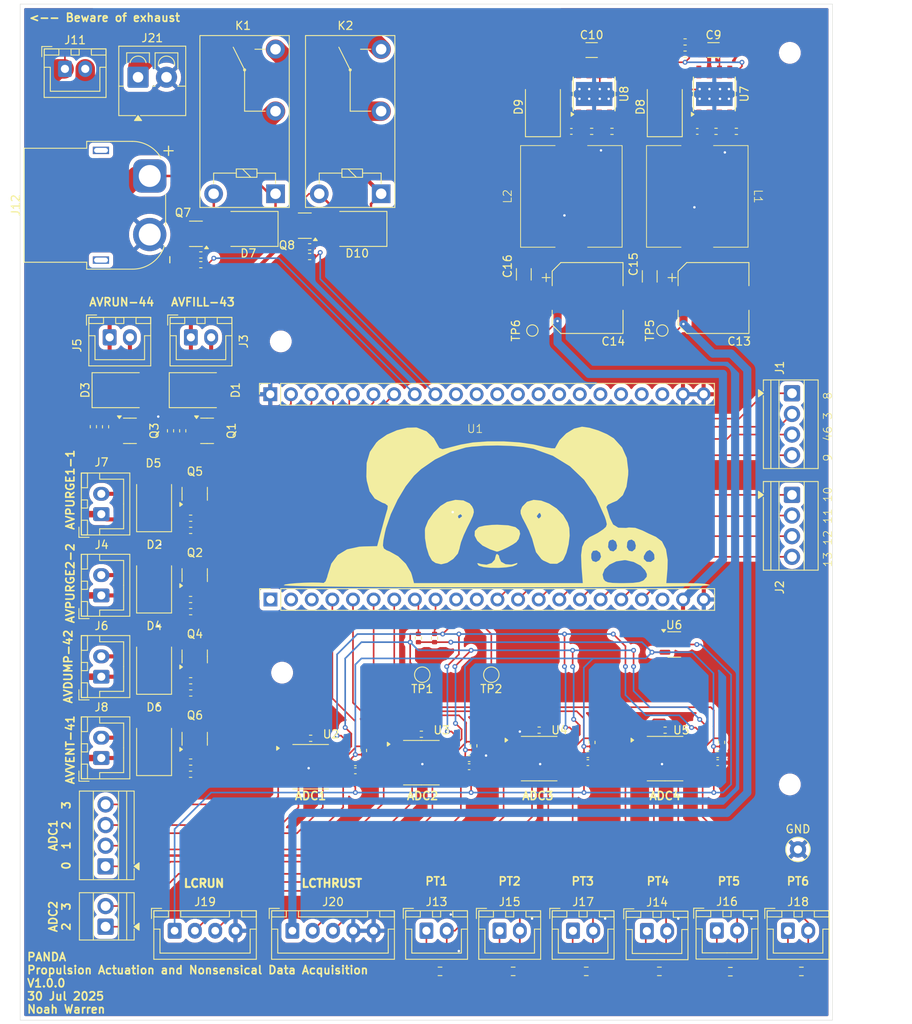
<source format=kicad_pcb>
(kicad_pcb (version 20241229) (generator "pcbnew") (generator_version "9.0")
  (title_block (title "PANDA") (rev "1.0.0") (company "Queen's Rocket Engineering Team") (comment 1 "Propulsion Actuation and Nonsensical Data Acquisition"))
  (layers (0 "F.Cu" signal) (2 "B.Cu" signal) (13 "F.Paste" user) (15 "B.Paste" user) (5 "F.SilkS" user "F.Silkscreen") (7 "B.SilkS" user "B.Silkscreen") (1 "F.Mask" user) (3 "B.Mask" user) (25 "Edge.Cuts" user))
  (net 0 "")
  (net 1 "+3.3V")
  (net 2 "GND")
  (net 3 "+5V")
  (net 4 "+10V")
  (net 5 "+24V")
  (net 6 "VALVE_1_RET")
  (net 7 "+24V_SAFE")
  (net 8 "VALVE_2_RET")
  (net 9 "VALVE_3_RET")
  (net 10 "VALVE_4_RET")
  (net 11 "VALVE_5_RET")
  (net 12 "VALVE_6_RET")
  (net 13 "/ADC Circuitry/ADC1_AIN2")
  (net 14 "/ADC Circuitry/ADC1_AIN0")
  (net 15 "/ADC Circuitry/ADC1_AIN3")
  (net 16 "/ADC Circuitry/ADC1_AIN1")
  (net 17 "/ADC Circuitry/ADC2_AIN2")
  (net 18 "/ADC Circuitry/ADC2_AIN3")
  (net 19 "LC_FILL_+")
  (net 20 "LC_FILL_-")
  (net 21 "LC_THRUST_+")
  (net 22 "LC_THRUST_-")
  (net 23 "/Ignitor Control/IGNITOR_SOURCE")
  (net 24 "PT_READING_1")
  (net 25 "PT_READING_2")
  (net 26 "PT_READING_3")
  (net 27 "PT_READING_4")
  (net 28 "PT_READING_5")
  (net 29 "PT_READING_6")
  (net 30 "/ESP32 Breakout/PIN8_BREAKOUT")
  (net 31 "/ESP32 Breakout/PIN9_BREAKOUT")
  (net 32 "/ESP32 Breakout/PIN13_BREAKOUT")
  (net 33 "/ESP32 Breakout/PIN11_BREAKOUT")
  (net 34 "/ESP32 Breakout/PIN10_BREAKOUT")
  (net 35 "/ESP32 Breakout/PIN12_BREAKOUT")
  (net 36 "Net-(Q1-G)")
  (net 37 "Net-(Q2-G)")
  (net 38 "Net-(Q3-G)")
  (net 39 "Net-(Q4-G)")
  (net 40 "Net-(Q5-G)")
  (net 41 "Net-(Q6-G)")
  (net 42 "I2C_SDA")
  (net 43 "I2C_SCL")
  (net 44 "Net-(U3-RESET)")
  (net 45 "/Power Regulation/VREG_EN")
  (net 46 "VALVE_1_CTL")
  (net 47 "Net-(U2-RESET)")
  (net 48 "Net-(U4-RESET)")
  (net 49 "Net-(U5-RESET)")
  (net 50 "VALVE_2_CTL")
  (net 51 "VALVE_3_CTL")
  (net 52 "VALVE_4_CTL")
  (net 53 "VALVE_5_CTL")
  (net 54 "VALVE_6_CTL")
  (net 55 "I2C_DRDY_ADC1")
  (net 56 "I2C_DRDY_ADC2")
  (net 57 "I2C_DRDY_ADC4")
  (net 58 "SAFE_24V_CTL")
  (net 59 "I2C_DRDY_ADC3")
  (net 60 "IGNITOR_CTL")
  (net 79 "/Ignitor Control/IGNITOR_CTL_FET")
  (net 80 "/Power Regulation/+24V_POST_LOCKOUT")
  (net 81 "/Power Regulation/LOCKOUT_RLY_CTRL_FET")
  (net 82 "/Power Regulation/+10V_REG_PH")
  (net 83 "/Power Regulation/+10V_REG_BOOT")
  (net 84 "/Power Regulation/+10V_SENSE")
  (net 85 "/ESP32 Breakout/PIN46_BREAKOUT")
  (net 86 "/ESP32 Breakout/PIN3_BREAKOUT")
  (net 88 "Net-(U8-BOOT)")
  (net 89 "Net-(D9-K)")
  (net 90 "Net-(U8-VSENSE)")
  (net 98 "Net-(D7-A)")
  (net 99 "Net-(D10-A)")
  (footprint "Resistor_SMD:R_0402_1005Metric" (layer "F.Cu") (at 159.6375 114.575 180)
    (property "Reference" "R16" (hide yes))
    (property "Value" "10k")
  )
  (footprint "Diode_SMD:D_SMB" (layer "F.Cu") (at 151.7375 52.4125 180)
    (property "Reference" "D10")
    (property "Value" "SK44BL")
  )
  (footprint "Package_TO_SOT_SMD:SOT-23-3" (layer "F.Cu") (at 133.262501 77.25)
    (property "Reference" "Q1")
    (property "Value" "BSS138")
  )
  (footprint "MountingHole:MountingHole_2.2mm_M2" (layer "F.Cu") (at 142.5 107)
    (property "Reference" "REF**" (hide yes))
    (property "Value" "MountingHole_2.2mm_M2")
  )
  (footprint "Connector_JST:JST_XH_B2B-XH-A_1x02_P2.50mm_Vertical" (layer "F.Cu") (at 120.237501 87.5 90)
    (property "Reference" "J7")
    (property "Value" "Valve_3_PWR")
  )
  (footprint "Capacitor_SMD:C_0402_1005Metric" (layer "F.Cu") (at 178.102501 40.41)
    (property "Reference" "C12" (hide yes))
    (property "Value" "10nF")
  )
  (footprint "Capacitor_SMD:C_0402_1005Metric" (layer "F.Cu") (at 165.520929 117.575)
    (property "Reference" "C2" (hide yes))
    (property "Value" "0.1μF")
  )
  (footprint "Resistor_SMD:R_0402_1005Metric" (layer "F.Cu") (at 131.237501 108)
    (property "Reference" "R10" (hide yes))
    (property "Value" "100k")
  )
  (footprint "Resistor_SMD:R_0402_1005Metric" (layer "F.Cu") (at 132.4875 56.8125)
    (property "Reference" "R26" (hide yes))
    (property "Value" "100")
  )
  (footprint "Resistor_SMD:R_0402_1005Metric" (layer "F.Cu") (at 192.102501 29.41 180)
    (property "Reference" "R23" (hide yes))
    (property "Value" "100k")
  )
  (footprint "Resistor_SMD:R_0603_1608Metric" (layer "F.Cu") (at 206.417335 143.756821 180)
    (property "Reference" "R36" (hide yes))
    (property "Value" "250R")
  )
  (footprint "Diode_SMD:D_SMB" (layer "F.Cu") (at 126.737501 96 90)
    (property "Reference" "D2")
    (property "Value" "SK44BL")
  )
  (footprint "Capacitor_SMD:C_0402_1005Metric" (layer "F.Cu") (at 165.520929 118.575)
    (property "Reference" "C4" (hide yes))
    (property "Value" "0.1μF")
  )
  (footprint "Connector_JST:JST_XH_B2B-XH-A_1x02_P2.50mm_Vertical" (layer "F.Cu") (at 120.237501 117.5 90)
    (property "Reference" "J8")
    (property "Value" "Valve_6_PWR")
  )
  (footprint "Diode_SMD:D_SMB" (layer "F.Cu") (at 122.762501 72.25)
    (property "Reference" "D3")
    (property "Value" "SK44BL")
  )
  (footprint "Resistor_SMD:R_0603_1608Metric" (layer "F.Cu") (at 170.937501 143.75 180)
    (property "Reference" "R33" (hide yes))
    (property "Value" "250R")
  )
  (footprint "Connector_JST:JST_XH_B2B-XH-A_1x02_P2.50mm_Vertical" (layer "F.Cu") (at 121.262501 65.75)
    (property "Reference" "J5")
    (property "Value" "Valve_2_PWR")
  )
  (footprint "Package_TO_SOT_SMD:SOT-23-3" (layer "F.Cu") (at 123.762501 77.25)
    (property "Reference" "Q3")
    (property "Value" "BSS138")
  )
  (footprint "MountingHole:MountingHole_2.2mm_M2" (layer "F.Cu") (at 205 120.75)
    (property "Reference" "REF**" (hide yes))
    (property "Value" "MountingHole_2.2mm_M2")
  )
  (footprint "Resistor_SMD:R_0402_1005Metric" (layer "F.Cu") (at 128.762501 77.25 90)
    (property "Reference" "R3" (hide yes))
    (property "Value" "100")
  )
  (footprint "Connector_JST:JST_XH_B2B-XH-A_1x02_P2.50mm_Vertical" (layer "F.Cu") (at 178.3 138.75)
    (property "Reference" "J17")
    (property "Value" "PT_3")
  )
  (footprint "Connector_JST:JST_XH_B2B-XH-A_1x02_P2.50mm_Vertical" (layer "F.Cu") (at 169.262501 138.75)
    (property "Reference" "J15")
    (property "Value" "PT_2")
  )
  (footprint "Resistor_SMD:R_0402_1005Metric" (layer "F.Cu") (at 119.262501 76.74 90)
    (property "Reference" "R7" (hide yes))
    (property "Value" "100")
  )
  (footprint "Resistor_SMD:R_0402_1005Metric" (layer "F.Cu") (at 131.237501 88)
    (property "Reference" "R13" (hide yes))
    (property "Value" "100k")
  )
  (footprint "Package_TO_SOT_SMD:SOT-23-3" (layer "F.Cu") (at 190.762501 103.534683)
    (property "Reference" "U6")
    (property "Value" "XC6206P332MR")
  )
  (footprint "Resistor_SMD:R_0402_1005Metric" (layer "F.Cu") (at 131.227501 98)
    (property "Reference" "R6" (hide yes))
    (property "Value" "100k")
  )
  (footprint "Resistor_SMD:R_0402_1005Metric" (layer "F.Cu") (at 195.912501 40.41 180)
    (property "Reference" "R28" (hide yes))
    (property "Value" "1.4K")
  )
  (footprint "TerminalBlock:TerminalBlock_Xinya_XY308-2.54-2P_1x02_P2.54mm_Horizontal" (layer "F.Cu") (at 120.762501 138.25 90)
    (property "Reference" "J10" (hide yes))
    (property "Value" "Screw_Terminal_01x02")
  )
  (footprint "Diode_SMD:D_SMB" (layer "F.Cu") (at 138.3375 52.4125 180)
    (property "Reference" "D7")
    (property "Value" "SK44BL")
  )
  (footprint "Connector_JST:JST_XH_B2B-XH-A_1x02_P2.50mm_Vertical" (layer "F.Cu") (at 120.237501 107.5 90)
    (property "Reference" "J6")
    (property "Value" "Valve_5_PWR")
  )
  (footprint "Package_SO:TSSOP-16_4.4x5mm_P0.65mm" (layer "F.Cu") (at 146.012499 118.575)
    (property "Reference" "U2")
    (property "Value" "ADS112C04")
  )
  (footprint "Connector_JST:JST_XH_B2B-XH-A_1x02_P2.50mm_Vertical" (layer "F.Cu") (at 204.762501 138.75)
    (property "Reference" "J18")
    (property "Value" "PT_6")
  )
  (footprint "Resistor_SMD:R_0402_1005Metric" (layer "F.Cu") (at 131.237501 89.5 180)
    (property "Reference" "R11" (hide yes))
    (property "Value" "100")
  )
  (footprint "Resistor_SMD:R_0402_1005Metric" (layer "F.Cu") (at 131.227501 119.5 180)
    (property "Reference" "R12" (hide yes))
    (property "Value" "100")
  )
  (footprint "Connector_JST:JST_XH_B2B-XH-A_1x02_P2.50mm_Vertical" (layer "F.Cu") (at 115.762501 32.725)
    (property "Reference" "J11")
    (property "Value" "24V_Lockout_Key_Switch")
  )
  (footprint "Resistor_SMD:R_0402_1005Metric" (layer "F.Cu") (at 180.602501 40.41 180)
    (property "Reference" "R30" (hide yes))
    (property "Value" "3.3k")
  )
  (footprint "TerminalBlock:TerminalBlock_Xinya_XY308-2.54-4P_1x04_P2.54mm_Horizontal" (layer "F.Cu") (at 205.262501 85.13 -90)
    (property "Reference" "J2")
    (property "Value" "PIN10-13_Breakout")
  )
  (footprint "Diode_SMD:D_SMB" (layer "F.Cu") (at 126.737501 106 90)
    (property "Reference" "D4")
    (property "Value" "SK44BL")
  )
  (footprint "Capacitor_SMD:C_0402_1005Metric" (layer "F.Cu") (at 193.602501 40.41 180)
    (property "Reference" "C11" (hide yes))
    (property "Value" "10nF")
  )
  (footprint "Resistor_SMD:R_0402_1005Metric" (layer "F.Cu") (at 145.8875 55.8125)
    (property "Reference" "R38" (hide yes))
    (property "Value" "100")
  )
  (footprint "Resistor_SMD:R_0402_1005Metric" (layer "F.Cu") (at 198.412501 40.41 180)
    (property "Reference" "R27" (hide yes))
    (property "Value" "10k")
  )
  (footprint "TestPoint:TestPoint_Pad_D1.5mm" (layer "F.Cu") (at 168.25 107.25)
    (property "Reference" "TP2")
    (property "Value" "SCL")
  )
  (footprint "Connector_JST:JST_XH_B2B-XH-A_1x02_P2.50mm_Vertical" (layer "F.Cu") (at 160.262501 138.75)
    (property "Reference" "J13")
    (property "Value" "PT_1")
  )
  (footprint "MountingHole:MountingHole_2.2mm_M2" (layer "F.Cu") (at 205 30.75)
    (property "Reference" "REF**" (hide yes))
    (property "Value" "MountingHole_2.2mm_M2")
  )
  (footprint "TerminalBlock:TerminalBlock_Xinya_XY308-2.54-4P_1x04_P2.54mm_Horizontal" (layer "F.Cu") (at 205.262501 72.63 -90)
    (property "Reference" "J1")
    (property "Value" "PIN6-9_Breakout")
  )
  (footprint "Package_SO:TSSOP-16_4.4x5mm_P0.65mm" (layer "F.Cu") (at 174.1375 117.575)
    (property "Reference" "U4")
    (property "Value" "ADS112C04")
  )
  (footprint "Capacitor_SMD:C_1206_3216Metric" (layer "F.Cu") (at 172.25 58 90)
    (property "Reference" "C16")
    (property "Value" "10uF")
  )
  (footprint "Resistor_SMD:R_0402_1005Metric" (layer "F.Cu") (at 130.262501 77.25 -90)
    (property "Reference" "R5" (hide yes))
    (property "Value" "100k")
  )
  (footprint "Package_TO_SOT_SMD:SOT-23-3" (layer "F.Cu") (at 131.737501 85 90)
    (property "Reference" "Q5")
    (property "Value" "BSS138")
  )
  (footprint "Relay_THT:Relay_SPST_Omron-G5Q-1A" (layer "F.Cu") (at 141.6875 48.0875 90)
    (property "Reference" "K1")
    (property "Value" "G5Q-1A DC24")
  )
  (footprint "Package_TO_SOT_SMD:SOT-23-3" (layer "F.Cu") (at 131.737501 115.1375 90)
    (property "Reference" "Q6")
    (property "Value" "BSS138")
  )
  (footprint "Resistor_SMD:R_0402_1005Metric" (layer "F.Cu") (at 152.512499 116.575 90)
    (property "Reference" "R17" (hide yes))
    (property "Value" "3.3k")
  )
  (footprint "Capacitor_SMD:CP_Elec_8x10.5" (layer "F.Cu") (at 180.102501 60.91)
    (property "Reference" "C14")
    (property "Value" "220uF")
  )
  (footprint "Connector_JST:JST_XH_B2B-XH-A_1x02_P2.50mm_Vertical" (layer "F.Cu") (at 187.4 138.8)
    (property "Reference" "J14")
    (property "Value" "PT_4")
  )
  (footprint "Resistor_SMD:R_0402_1005Metric" (layer "F.Cu") (at 166.097244 116.003841 90)
    (property "Reference" "R18" (hide yes))
    (property "Value" "3.3k")
  )
  (footprint "Connector_JST:JST_XH_B5B-XH-A_1x05_P2.50mm_Vertical" (layer "F.Cu") (at 143.762501 138.75)
    (property "Reference" "J20")
    (property "Value" "5-Pin Load Cell")
  )
  (footprint "Resistor_SMD:R_0402_1005Metric" (layer "F.Cu") (at 146.012499 115.075 180)
    (property "Reference" "R15" (hide yes))
    (property "Value" "10k")
  )
  (footprint "Capacitor_SMD:CP_Elec_8x10.5" (layer "F.Cu") (at 195.602501 60.91)
    (property "Reference" "C13")
    (property "Value" "220uF")
  )
  (footprint "Resistor_SMD:R_0603_1608Metric" (layer "F.Cu") (at 161.937501 143.75 180)
    (property "Reference" "R31" (hide yes))
    (property "Value" "250R")
  )
  (footprint "Resistor_SMD:R_0603_1608Metric" (layer "F.Cu") (at 197.673584 143.783966 180)
    (property "Reference" "R34" (hide yes))
    (property "Value" "250R")
  )
  (footprint "Package_TO_SOT_SMD:SOT-23-3" (layer "F.Cu") (at 131.737501 95 90)
    (property "Reference" "Q2")
    (property "Value" "BSS138")
  )
  (footprint "Capacitor_SMD:C_0402_1005Metric" (layer "F.Cu") (at 196.1175 118.075)
    (property "Reference" "C8" (hide yes))
    (property "Value" "0.1μF")
  )
  (footprint "Resistor_SMD:R_0402_1005Metric" (layer "F.Cu") (at 132.4875 55.6125 180)
    (property "Reference" "R25" (hide yes))
    (property "Value" "10k")
  )
  (footprint "Connector_JST:JST_XH_B2B-XH-A_1x02_P2.50mm_Vertical" (layer "F.Cu") (at 196.012501 138.725)
    (property "Reference" "J16")
    (property "Value" "PT_5")
  )
  (footprint "Connector_JST:JST_XH_B2B-XH-A_1x02_P2.50mm_Vertical" (layer "F.Cu") (at 120.237501 97.5 90)
    (property "Reference" "J4")
    (property "Value" "Valve_4_PWR")
  )
  (footprint "Resistor_SMD:R_0402_1005Metric" (layer "F.Cu") (at 180.6375 115.585 90)
    (property "Reference" "R22" (hide yes))
    (property "Value" "3.3k")
  )
  (footprint "Resistor_SMD:R_0402_1005Metric" (layer "F.Cu") (at 145.8875 54.6125 180)
    (property "Reference" "R37" (hide yes))
    (property "Value" "10k")
  )
  (footprint "Diode_SMD:D_SMB" (layer "F.Cu") (at 126.737501 116 90)
    (property "Reference" "D6")
    (property "Value" "SK44BL")
  )
  (footprint "TerminalBlock:TerminalBlock_Xinya_XY308-2.54-4P_1x04_P2.54mm_Horizontal" (layer "F.Cu") (at 120.762501 130.83 90)
    (property "Reference" "J9" (hide yes))
    (property "Value" "Screw_Terminal_01x04")
  )
  (footprint "Resistor_SMD:R_0402_1005Metric" (layer "F.Cu") (at 174.1375 114.075 180)
    (property "Reference" "R19" (hide yes))
    (property "Value" "10k")
  )
  (footprint "Diode_SMD:D_SMB" (layer "F.Cu") (at 189.602501 37.41 90)
    (property "Reference" "D8")
    (property "Value" "SK44BL")
  )
  (footprint "Resistor_SMD:R_0402_1005Metric" (layer "F.Cu") (at 183.102501 40.41 180)
    (property "Reference" "R29" (hide yes))
    (property "Value" "10k")
  )
  (footprint "TestPoint:TestPoint_Pad_D1.0mm" (layer "F.Cu") (at 173.302501 64.91 -90)
    (property "Reference" "TP6")
    (property "Value" "TP_+5V")
  )
  (footprint "TestPoint:TestPoint_Pad_D1.0mm" (layer "F.Cu") (at 189.302501 64.91 -90)
    (property "Reference" "TP5")
    (property "Value" "TP_+10V")
  )
  (footprint "Resistor_SMD:R_0402_1005Metric" (layer "F.Cu") (at 131.237501 99.5 180)
    (property "Reference" "R4" (hide yes))
    (property "Value" "100")
  )
  (footprint "Connector_JST:JST_XH_B4B-XH-A_1x04_P2.50mm_Vertical" (layer "F.Cu") (at 129.262501 138.75)
    (property "Reference" "J19")
    (property "Value" "4-Pin Load Cell")
  )
  (footprint "Resistor_SMD:R_0402_1005Metric" (layer "F.Cu") (at 161.262501 102.74 90)
    (property "Reference" "R2" (hide yes))
    (property "Value" "1k")
  )
  (footprint "Capacitor_SMD:C_1206_3216Metric" (layer "F.Cu") (at 180.602501 30.41)
    (property "Reference" "C10")
    (property "Value" "10uF")
  )
  (footprint "Package_TO_SOT_SMD:SOT-23-3" (layer "F.Cu") (at 131.8875 53.0125 180)
    (property "Reference" "Q7")
    (property "Value" "BSS138")
  )
  (footprint "Relay_THT:Relay_SPST_Omron-G5Q-1A" (layer "F.Cu") (at 154.6875 48.0875 90)
    (property "Reference" "K2")
    (property "Value" "G5Q-1A DC24")
  )
  (footprint "Resistor_SMD:R_0402_1005Metric" (layer "F.Cu") (at 131.247501 109.5 180)
    (property "Reference" "R8" (hide yes))
    (property "Value" "100")
  )
  (footprint "Capacitor_SMD:C_1206_3216Metric" (layer "F.Cu") (at 187.75 58.25 90)
    (property "Reference" "C15")
    (property "Value" "10uF")
  )
  (footprint "Resistor_SMD:R_0603_1608Metric" (layer "F.Cu") (at 179.937501 143.75 180)
    (property "Reference" "R32" (hide yes))
    (property "Value" "250R")
  )
  (footprint "Diode_SMD:D_SMB" (layer "F.Cu") (at 126.737501 86 90)
    (property "Reference" "D5")
    (property "Value" "SK44BL")
  )
  (footprint "MountingHole:MountingHole_2.2mm_M2" (layer "F.Cu") (at 142.332501 66.25)
    (property "Reference" "REF**" (hide yes))
    (property "Value" "MountingHole_2.2mm_M2")
  )
  (footprint "Resistor_SMD:R_0402_1005Metric" (layer "F.Cu") (at 192.102501 30.91 180)
    (property "Reference" "R24" (hide yes))
    (property "Value" "10k")
  )
  (footprint "Capacitor_SMD:C_0402_1005Metric" (layer "F.Cu") (at 180.1375 117.075)
    (property "Reference" "C5" (hide yes))
    (property "Value" "0.1μF")
  )
  (footprint "Capacitor_SMD:C_0402_1005Metric" (layer "F.Cu") (at 151.512499 119.075)
    (property "Reference" "C3" (hide yes))
    (property "Value" "0.1μF")
  )
  (footprint "Package_SO:TI_SO-PowerPAD-8_ThermalVias" (layer "F.Cu") (at 180.902501 35.81 90)
    (property "Reference" "U8")
    (property "Value" "TPS5430DDA")
  )
  (footprint "Capacitor_SMD:C_1206_3216Metric" (layer "F.Cu") (at 195.602501 30.41)
    (property "Reference" "C9")
    (property "Value" "10uF")
  )
  (footprint "Package_SO:TI_SO-PowerPAD-8_ThermalVias" (layer "F.Cu") (at 195.702501 35.81 90)
    (property "Reference" "U7")
    (property "Value" "TPS5430DDA")
  )
  (footprint "Connector_JST:JST_XH_B2B-XH-A_1x02_P2.50mm_Vertical" (layer "F.Cu") (at 131.262501 65.75)
    (property "Reference" "J3")
    (property "Value" "Valve_1_PWR")
  )
  (footprint "Resistor_SMD:R_0402_1005Metric" (layer "F.Cu") (at 189.6475 114.075 180)
    (property "Reference" "R20" (hide yes))
    (property "Value" "10k")
  )
  (footprint "LOGO" (layer "F.Cu") (at 168.980749 85.720887)
    (property "Reference" "G***" (hide yes))
    (property "Value" "LOGO" (hide yes))
  )
  (footprint "TestPoint:TestPoint_Loop_D2.50mm_Drill1.0mm" (layer "F.Cu") (at 206 128.75)
    (property "Reference" "GND")
    (property "Value" "TestPoint_Loop_D2.50mm_Drill1.0mm")
  )
  (footprint "Diode_SMD:D_SMB" (layer "F.Cu") (at 174.602501 37.41 90)
    (property "Reference" "D9")
    (property "Value" "SK44BL")
  )
  (footprint "TerminalBlock_4Ucon:TerminalBlock_4Ucon_1x02_P3.50mm_Vertical" (layer "F.Cu") (at 124.762501 33.75)
    (property "Reference" "J21")
    (property "Value" "Ignitor Screw Terminal")
  )
  (footprint "TestPoint:TestPoint_Pad_D1.5mm" (layer "F.Cu") (at 159.75 107.25)
    (property "Reference" "TP1")
    (property "Value" "SDA")
  )
  (footprint "Capacitor_SMD:C_0402_1005Metric" (layer "F.Cu") (at 151.512499 118.075)
    (property "Reference" "C1" (hide yes))
    (property "Value" "0.1μF")
  )
  (footprint "Resistor_SMD:R_0603_1608Metric" (layer "F.Cu") (at 188.937501 143.75 180)
    (property "Reference" "R35" (hide yes))
    (property "Value" "250R")
  )
  (footprint "Resistor_SMD:R_0402_1005Metric" (layer "F.Cu") (at 120.762501 76.75 -90)
    (property "Reference" "R9" (hide yes))
    (property "Value" "100k")
  )
  (footprint "Package_SO:TSSOP-16_4.4x5mm_P0.65mm" (layer "F.Cu") (at 189.6375 117.575)
    (property "Reference" "U5")
    (property "Value" "ADS112C04")
  )
  (footprint "Resistor_SMD:R_0402_1005Metric" (layer "F.Cu") (at 159.272501 102.74 90)
    (property "Reference" "R1" (hide yes))
    (property "Value" "1k")
  )
  (footprint "Capacitor_SMD:C_0402_1005Metric" (layer "F.Cu") (at 196.1175 117.075)
    (property "Reference" "C6" (hide yes))
    (property "Value" "0.1μF")
  )
  (footprint "Package_TO_SOT_SMD:SOT-23-3" (layer "F.Cu") (at 145.2875 52.0125 180)
    (property "Reference" "Q8")
    (property "Value" "BSS138")
  )
  (footprint "Connector_AMASS:AMASS_XT60PW-F_1x02_P7.20mm_Horizontal" (layer "F.Cu") (at 126.2 45.9 90)
    (property "Reference" "J12")
    (property "Value" "XT60-M")
  )
  (footprint "Capacitor_SMD:C_0402_1005Metric" (layer "F.Cu") (at 180.1375 118.075)
    (property "Reference" "C7" (hide yes))
    (property "Value" "0.1μF")
  )
  (footprint "Resistor_SMD:R_0402_1005Metric" (layer "F.Cu") (at 196.5975 115.575 90)
    (property "Reference" "R21" (hide yes))
    (property "Value" "3.3k")
  )
  (footprint "Library:ESP32_Devkit_C1_Noah" (layer "F.Cu") (at 167.712501 85.25 90)
    (property "Reference" "U1")
    (property "Value" "ESP32-S3")
  )
  (footprint "Diode_SMD:D_SMB" (layer "F.Cu") (at 132.262501 72.25)
    (property "Reference" "D1")
    (property "Value" "SK44BL")
  )
  (footprint "Resistor_SMD:R_0402_1005Metric" (layer "F.Cu") (at 131.237501 118)
    (property "Reference" "R14" (hide yes))
    (property "Value" "100k")
  )
  (footprint "Inductor_SMD:L_12.5x12.5mm_SXNSMDRS1275" (layer "F.Cu") (at 193.602501 48.41 -90)
    (property "Reference" "L1")
    (property "Value" "22uH 4A")
  )
  (footprint "Package_TO_SOT_SMD:SOT-23-3" (layer "F.Cu") (at 131.737501 105 90)
    (property "Reference" "Q4")
    (property "Value" "BSS138")
  )
  (footprint "Package_SO:TSSOP-16_4.4x5mm_P0.65mm" (layer "F.Cu") (at 159.6375 118.075)
    (property "Reference" "U3")
    (property "Value" "ADS112C04")
  )
  (footprint "Inductor_SMD:L_12.5x12.5mm_SXNSMDRS1275" (layer "F.Cu") (at 178.102501 48.41 -90)
    (property "Reference" "L2")
    (property "Value" "22uH 4A")
  )
  (gr_rect (start 110.25 24.75) (end 210.25 149.75) (stroke (width 0.05)) (fill no) (layer "Edge.Cuts"))
  (gr_text "ADC3" (at 173.983859 122.75 0) (layer "F.SilkS") (effects (font (size 1 1) (thickness 0.2) (bold yes)) (justify bottom)))
  (gr_text "ADC4" (at 189.6475 122.75 0) (layer "F.SilkS") (effects (font (size 1 1) (thickness 0.2) (bold yes)) (justify bottom)))
  (gr_text "AVDUMP-42" (at 116.75 106.25 90) (layer "F.SilkS") (effects (font (size 1 1) (thickness 0.2) (bold yes)) (justify bottom)))
  (gr_text "9  46 3  8" (at 210.25 76.75 90) (layer "F.SilkS") (effects (font (size 1 1) (thickness 0.1)) (justify bottom)))
  (gr_text "AVRUN-44" (at 122.75 62 0) (layer "F.SilkS") (effects (font (size 1 1) (thickness 0.2) (bold yes)) (justify bottom)))
  (gr_text "PT2" (at 169.012501 133.25 0) (layer "F.SilkS") (effects (font (size 1 1) (thickness 0.2) (bold yes)) (justify left bottom)))
  (gr_text "PT6" (at 204.512501 133.25 0) (layer "F.SilkS") (effects (font (size 1 1) (thickness 0.2) (bold yes)) (justify left bottom)))
  (gr_text "AVFILL-43" (at 132.75 62 0) (layer "F.SilkS") (effects (font (size 1 1) (thickness 0.2) (bold yes)) (justify bottom)))
  (gr_text "ADC2" (at 159.791141 122.75 0) (layer "F.SilkS") (effects (font (size 1 1) (thickness 0.2) (bold yes)) (justify bottom)))
  (gr_text "AVVENT-41" (at 117 116.5 90) (layer "F.SilkS") (effects (font (size 1 1) (thickness 0.2) (bold yes)) (justify bottom)))
  (gr_text "LCTHRUST" (at 144.762501 133.5 0) (layer "F.SilkS") (effects (font (size 1 1) (thickness 0.25) (bold yes)) (justify left bottom)))
  (gr_text "13 12 11 10" (at 210.25 89.080449 90) (layer "F.SilkS") (effects (font (size 1 1) (thickness 0.1)) (justify bottom)))
  (gr_text "PT4" (at 187.262501 133.25 0) (layer "F.SilkS") (effects (font (size 1 1) (thickness 0.2) (bold yes)) (justify left bottom)))
  (gr_text "ADC1\n0  1  2  3" (at 116.512501 127.02 90) (layer "F.SilkS") (effects (font (size 1 1) (thickness 0.2) (bold yes)) (justify bottom)))
  (gr_text "PT1" (at 160.012501 133.25 0) (layer "F.SilkS") (effects (font (size 1 1) (thickness 0.2) (bold yes)) (justify left bottom)))
  (gr_text "PT3" (at 178.012501 133.25 0) (layer "F.SilkS") (effects (font (size 1 1) (thickness 0.2) (bold yes)) (justify left bottom)))
  (gr_text "LCRUN" (at 130.262501 133.5 0) (layer "F.SilkS") (effects (font (size 1 1) (thickness 0.25) (bold yes)) (justify left bottom)))
  (gr_text "<-- Beware of exhaust" (at 111.25 27 0) (layer "F.SilkS") (effects (font (size 1 1) (thickness 0.2) (bold yes)) (justify left bottom)))
  (gr_text "PT5" (at 196.012501 133.25 0) (layer "F.SilkS") (effects (font (size 1 1) (thickness 0.2) (bold yes)) (justify left bottom)))
  (gr_text "AVPURGE1-1" (at 117 84.5 90) (layer "F.SilkS") (effects (font (size 1 1) (thickness 0.2) (bold yes)) (justify bottom)))
  (gr_text "ADC2\n2  3" (at 116.512501 137 90) (layer "F.SilkS") (effects (font (size 1 1) (thickness 0.2) (bold yes)) (justify bottom)))
  (gr_text "ADC1" (at 146 122.75 0) (layer "F.SilkS") (effects (font (size 1 1) (thickness 0.2) (bold yes)) (justify bottom)))
  (gr_text "AVPURGE2-2" (at 117 96 90) (layer "F.SilkS") (effects (font (size 1 1) (thickness 0.2) (bold yes)) (justify bottom)))
  (gr_text "PANDA\nPropulsion Actuation and Nonsensical Data Acquisition\nV1.0.0\n30 Jul 2025\nNoah Warren" (at 111 149 0) (layer "F.SilkS") (effects (font (size 1 1) (thickness 0.2) (bold yes)) (justify left bottom)))
  (segment (start 179.6575 116.095) (end 179.6375 116.075) (width 0.2) (layer "F.Cu") (net 1))
  (segment (start 186.775 114.262499) (end 186.762501 114.25) (width 0.2) (layer "F.Cu") (net 1))
  (segment (start 174.6475 113.134999) (end 174.262501 112.75) (width 0.2) (layer "F.Cu") (net 1))
  (segment (start 152.512499 117.085) (end 151.522499 117.085) (width 0.2) (layer "F.Cu") (net 1))
  (segment (start 174.262501 112.75) (end 171.262501 112.75) (width 0.2) (layer "F.Cu") (net 1))
  (segment (start 174.6475 115.634999) (end 176.262501 117.25) (width 0.2) (layer "F.Cu") (net 1))
  (segment (start 159.272501 103.25) (end 161.262501 103.25) (width 0.2) (layer "F.Cu") (net 1))
  (segment (start 195.6375 116.115) (end 195.6075 116.085) (width 0.2) (layer "F.Cu") (net 1))
  (segment (start 165.040929 116.901072) (end 165.040929 117.575) (width 0.2) (layer "F.Cu") (net 1))
  (segment (start 160.1475 116.134999) (end 161.762501 117.75) (width 0.2) (layer "F.Cu") (net 1))
  (segment (start 179.6375 116.075) (end 180.6175 116.075) (width 0.2) (layer "F.Cu") (net 1))
  (segment (start 165.060443 116.500586) (end 166.083989 116.500586) (width 0.2) (layer "F.Cu") (net 1))
  (segment (start 171.262501 112.75) (end 169.762501 114.25) (width 0.2) (layer "F.Cu") (net 1))
  (segment (start 174.6475 114.075) (end 174.6475 115.634999) (width 0.2) (layer "F.Cu") (net 1))
  (segment (start 186.762501 114.25) (end 188.262501 112.75) (width 0.2) (layer "F.Cu") (net 1))
  (segment (start 156.775 115.8) (end 156.775 114.762499) (width 0.2) (layer "F.Cu") (net 1))
  (segment (start 174.6475 114.075) (end 174.6475 113.134999) (width 0.2) (layer "F.Cu") (net 1))
  (segment (start 190.1575 115.644999) (end 191.762501 117.25) (width 0.2) (layer "F.Cu") (net 1))
  (segment (start 191.762501 117.25) (end 192.5 117.25) (width 0.2) (layer "F.Cu") (net 1))
  (segment (start 195.6075 116.085) (end 196.5975 116.085) (width 0.2) (layer "F.Cu") (net 1))
  (segment (start 195.6375 117.075) (end 195.6375 116.115) (width 0.2) (layer "F.Cu") (net 1))
  (segment (start 150.857499 118.25) (end 151.032499 118.075) (width 0.2) (layer "F.Cu") (net 1))
  (segment (start 179.4825 117.25) (end 179.6575 117.075) (width 0.2) (layer "F.Cu") (net 1))
  (segment (start 148.1375 118.25) (end 148.874999 118.25) (width 0.2) (layer "F.Cu") (net 1))
  (segment (start 151.032499 118.075) (end 151.032499 117.555) (width 0.2) (layer "F.Cu") (net 1))
  (segment (start 169.962501 115.95) (end 171.275 115.95) (width 0.2) (layer "F.Cu") (net 1))
  (segment (start 177 117.25) (end 179.4825 117.25) (width 0.2) (layer "F.Cu") (net 1))
  (segment (start 146.522499 115.075) (end 146.522499 116.634999) (width 0.2) (layer "F.Cu") (net 1))
  (segment (start 159.532499 113.25) (end 160.1475 113.865001) (width 0.2) (layer "F.Cu") (net 1))
  (segment (start 165.060443 116.500586) (end 165.060443 116.881558) (width 0.2) (layer "F.Cu") (net 1))
  (segment (start 160.1475 113.865001) (end 160.1475 114.575) (width 0.2) (layer "F.Cu") (net 1))
  (segment (start 169.762501 114.25) (end 169.762501 115.75) (width 0.2) (layer "F.Cu") (net 1))
  (segment (start 179.6575 117.075) (end 179.6575 116.095) (width 0.2) (layer "F.Cu") (net 1))
  (segment (start 162.5 117.75) (end 164.865929 117.75) (width 0.2) (layer "F.Cu") (net 1))
  (segment (start 189.625001 104.484683) (end 188.027818 104.484683) (width 0.2) (layer "F.Cu") (net 1))
  (segment (start 176.262501 117.25) (end 177 117.25) (width 0.2) (layer "F.Cu") (net 1))
  (segment (start 190.1575 114.075) (end 190.1575 115.644999) (width 0.2) (layer "F.Cu") (net 1))
  (segment (start 161.262501 103.25) (end 163.262501 103.25) (width 0.2) (layer "F.Cu") (net 1))
  (segment (start 189.552499 112.75) (end 190.1575 113.355001) (width 0.2) (layer "F.Cu") (net 1))
  (segment (start 186.775 115.3) (end 186.775 114.262499) (width 0.2) (layer "F.Cu") (net 1))
  (segment (start 195.4625 117.25) (end 195.6375 117.075) (width 0.2) (layer "F.Cu") (net 1))
  (segment (start 190.1575 113.355001) (end 190.1575 114.075) (width 0.2) (layer "F.Cu") (net 1))
  (segment (start 186.775 115.95) (end 186.775 115.3) (width 0.2) (layer "F.Cu") (net 1))
  (segment (start 188.262501 112.75) (end 189.552499 112.75) (width 0.2) (layer "F.Cu") (net 1))
  (segment (start 146.522499 116.634999) (end 148.1375 118.25) (width 0.2) (layer "F.Cu") (net 1))
  (segment (start 151.032499 117.555) (end 151.512499 117.075) (width 0.2) (layer "F.Cu") (net 1))
  (segment (start 165.060443 116.881558) (end 165.040929 116.901072) (width 0.2) (layer "F.Cu") (net 1))
  (segment (start 164.865929 117.75) (end 165.040929 117.575) (width 0.2) (layer "F.Cu") (net 1))
  (segment (start 148.874999 118.25) (end 150.857499 118.25) (width 0.2) (layer "F.Cu") (net 1))
  (segment (start 169.762501 115.75) (end 169.962501 115.95) (width 0.2) (layer "F.Cu") (net 1))
  (segment (start 156.775 114.762499) (end 156.762501 114.75) (width 0.2) (layer "F.Cu") (net 1))
  (segment (start 158.262501 113.25) (end 159.532499 113.25) (width 0.2) (layer "F.Cu") (net 1))
  (segment (start 192.5 117.25) (end 195.4625 117.25) (width 0.2) (layer "F.Cu") (net 1))
  (segment (start 156.762501 114.75) (end 158.262501 113.25) (width 0.2) (layer "F.Cu") (net 1))
  (segment (start 161.762501 117.75) (end 162.5 117.75) (width 0.2) (layer "F.Cu") (net 1))
  (segment (start 151.522499 117.085) (end 151.512499 117.075) (width 0.2) (layer "F.Cu") (net 1))
  (segment (start 166.083989 116.500586) (end 166.097244 116.513841) (width 0.2) (layer "F.Cu") (net 1))
  (segment (start 160.1475 114.575) (end 160.1475 116.134999) (width 0.2) (layer "F.Cu") (net 1))
  (segment (start 180.6175 116.075) (end 180.6375 116.095) (width 0.2) (layer "F.Cu") (net 1))
  (via (at 163.262501 103.25) (size 0.6) (drill 0.3) (layers "F.Cu" "B.Cu") (net 1))
  (via (at 188.027818 104.484683) (size 0.6) (drill 0.3) (layers "F.Cu" "B.Cu") (net 1))
  (via (at 195.5975 116.075) (size 0.6) (drill 0.3) (layers "F.Cu" "B.Cu") (net 1))
  (via (at 179.6375 116.075) (size 0.6) (drill 0.3) (layers "F.Cu" "B.Cu") (net 1))
  (via (at 151.512499 117.075) (size 0.6) (drill 0.3) (layers "F.Cu" "B.Cu") (net 1))
  (via (at 165.060443 116.500586) (size 0.6) (drill 0.3) (layers "F.Cu" "B.Cu") (net 1))
  (segment (start 152.262501 105.25) (end 151.512499 106.000002) (width 0.2) (layer "B.Cu") (net 1))
  (segment (start 195.5975 113.615) (end 195.5975 107.084999) (width 0.2) (layer "B.Cu") (net 1))
  (segment (start 187.262501 105.25) (end 180.762501 105.25) (width 0.2) (layer "B.Cu") (net 1))
  (segment (start 163.262501 103.25) (end 186.793135 103.25) (width 0.2) (layer "B.Cu") (net 1))
  (segment (start 165.000929 116.441072) (end 165.000929 106.246255) (width 0.2) (layer "B.Cu") (net 1))
  (segment (start 165.997184 105.25) (end 152.262501 105.25) (width 0.2) (layer "B.Cu") (net 1))
  (segment (start 195.5975 107.084999) (end 192.997184 104.484683) (width 0.2) (layer "B.Cu") (net 1))
  (segment (start 179.6375 116.075) (end 179.6375 106.375001) (width 0.2) (layer "B.Cu") (net 1))
  (segment (start 165.997184 105.25) (end 180.762501 105.25) (width 0.2) (layer "B.Cu") (net 1))
  (segment (start 186.793135 103.25) (end 188.027818 104.484683) (width 0.2) (layer "B.Cu") (net 1))
  (segment (start 151.512499 106.000002) (end 151.512499 117.075) (width 0.2) (layer "B.Cu") (net 1))
  (segment (start 179.6375 106.375001) (end 180.762501 105.25) (width 0.2) (layer "B.Cu") (net 1))
  (segment (start 188.027818 104.484683) (end 187.262501 105.25) (width 0.2) (layer "B.Cu") (net 1))
  (segment (start 165.000929 106.246255) (end 165.997184 105.25) (width 0.2) (layer "B.Cu") (net 1))
  (segment (start 165.060443 116.500586) (end 165.000929 116.441072) (width 0.2) (layer "B.Cu") (net 1))
  (segment (start 195.5975 116.075) (end 195.5975 113.615) (width 0.2) (layer "B.Cu") (net 1))
  (segment (start 192.997184 104.484683) (end 188.027818 104.484683) (width 0.2) (layer "B.Cu") (net 1))
  (segment (start 156.775 116.45) (end 155.562501 116.45) (width 0.2) (layer "F.Cu") (net 2))
  (segment (start 130.262501 77.76) (end 130.74 77.76) (width 0.2) (layer "F.Cu") (net 2))
  (segment (start 156.775 117.75) (end 157.809857 117.75) (width 0.2) (layer "F.Cu") (net 2))
  (segment (start 180.092501 40.41) (end 180 40.502501) (width 0.2) (layer "F.Cu") (net 2))
  (segment (start 171.275 117.9) (end 173.912501 117.9) (width 0.2) (layer "F.Cu") (net 2))
  (segment (start 143.149999 116.3) (end 143.149999 116.95) (width 0.2) (layer "F.Cu") (net 2))
  (segment (start 195.402501 40.41) (end 195.702501 40.11) (width 0.2) (layer "F.Cu") (net 2))
  (segment (start 188.912501 117.9) (end 189.262501 118.25) (width 0.2) (layer "F.Cu") (net 2))
  (segment (start 191.592501 30.91) (end 190.66 30.91) (width 0.2) (layer "F.Cu") (net 2))
  (segment (start 131.25 77.25) (end 132.25 77.25) (width 0.2) (layer "F.Cu") (net 2))
  (segment (start 186.775 117.9) (end 186.775 117.25) (width 0.2) (layer "F.Cu") (net 2))
  (segment (start 180 40.502501) (end 180 41) (width 0.2) (layer "F.Cu") (net 2))
  (segment (start 196.337501 31.15) (end 197.077501 30.41) (width 0.2) (layer "F.Cu") (net 2))
  (segment (start 189.602501 35.26) (end 193.852501 35.26) (width 0.2) (layer "F.Cu") (net 2))
  (segment (start 186.775 117.9) (end 188.912501 117.9) (width 0.2) (layer "F.Cu") (net 2))
  (segment (start 157.809857 117.75) (end 158.000929 117.941072) (width 0.2) (layer "F.Cu") (net 2))
  (segment (start 143.149999 118.25) (end 143.149999 118.9) (width 0.2) (layer "F.Cu") (net 2))
  (segment (start 180 41) (end 180.5 41.5) (width 0.2) (layer "F.Cu") (net 2))
  (segment (start 130.74 77.76) (end 131.25 77.25) (width 0.2) (layer "F.Cu") (net 2))
  (segment (start 190.66 30.91) (end 190.5 30.75) (width 0.2) (layer "F.Cu") (net 2))
  (segment (start 131.747501 107.002499) (end 131.75 107) (width 0.2) (layer "F.Cu") (net 2))
  (segment (start 171.275 117.9) (end 171.275 117.25) (width 0.2) (layer "F.Cu") (net 2))
  (segment (start 181.602501 35.21) (end 181.602501 33.175) (width 0.2) (layer "F.Cu") (net 2))
  (segment (start 171.275 114.737501) (end 171.762501 114.25) (width 0.2) (layer "F.Cu") (net 2))
  (segment (start 171.275 115.3) (end 171.275 114.737501) (width 0.2) (layer "F.Cu") (net 2))
  (segment (start 193.852501 35.26) (end 193.902501 35.21) (width 0.2) (layer "F.Cu") (net 2))
  (segment (start 196.337501 33.11) (end 196.337501 31.15) (width 0.2) (layer "F.Cu") (net 2))
  (segment (start 131.75 97) (end 131.737501 97.012499) (width 0.2) (layer "F.Cu") (net 2))
  (segment (start 181.602501 33.175) (end 181.537501 33.11) (width 0.2) (layer "F.Cu") (net 2))
  (segment (start 156.775 117.75) (end 156.775 118.4) (width 0.2) (layer "F.Cu") (net 2))
  (segment (start 195.702501 40.11) (end 195.702501 35.81) (width 0.2) (layer "F.Cu") (net 2))
  (segment (start 131.737501 98) (end 131.737501 97.012499) (width 0.2) (layer "F.Cu") (net 2))
  (segment (start 155.262501 117.75) (end 156.775 117.75) (width 0.2) (layer "F.Cu") (net 2))
  (segment (start 173.912501 117.9) (end 174.262501 118.25) (width 0.2) (layer "F.Cu") (net 2))
  (segment (start 155.262501 116.75) (end 155.262501 117.75) (width 0.2) (layer "F.Cu") (net 2))
  (segment (start 120.762501 77.26) (end 122.49 77.26) (width 0.2) (layer "F.Cu") (net 2))
  (segment (start 181.537501 33.11) (end 181.537501 30.95) (width 0.2) (layer "F.Cu") (net 2))
  (segment (start 131.747501 88) (end 131.747501 87.002499) (width 0.2) (layer "F.Cu") (net 2))
  (segment (start 131.747501 108) (end 131.747501 107.002499) (width 0.2) (layer "F.Cu") (net 2))
  (segment (start 181.537501 30.95) (end 182.077501 30.41) (width 0.2) (layer "F.Cu") (net 2))
  (segment (start 131.747501 87.002499) (end 131.75 87) (width 0.2) (layer "F.Cu") (net 2))
  (segment (start 155.562501 116.45) (end 155.262501 116.75) (width 0.2) (layer "F.Cu") (net 2))
  (segment (start 143.149999 118.25) (end 144.187499 118.25) (width 0.2) (layer "F.Cu") (net 2))
  (segment (start 144.187499 118.25) (end 144.512499 118.575) (width 0.2) (layer "F.Cu") (net 2))
  (segment (start 131.75 117) (end 131.747501 117.002499) (width 0.2) (layer "F.Cu") (net 2))
  (segment (start 131.747501 118) (end 131.747501 117.002499) (width 0.2) (layer "F.Cu") (net 2))
  (via (at 167.6 117.2) (size 0.6) (drill 0.3) (layers "F.Cu" "B.Cu") (net 2))
  (via (at 127.25 111) (size 0.6) (drill 0.3) (layers "F.Cu" "B.Cu") (net 2))
  (via (at 159.762501 118.25) (size 0.6) (drill 0.3) (layers "F.Cu" "B.Cu") (net 2))
  (via (at 145.762501 118.75) (size 0.6) (drill 0.3) (layers "F.Cu" "B.Cu") (net 2))
  (via (at 177.25 50.75) (size 0.6) (drill 0.3) (layers "F.Cu" "B.Cu") (net 2))
  (via (at 191.262501 137.25) (size 0.6) (drill 0.3) (layers "F.Cu" "B.Cu") (net 2))
  (via (at 163.5 87.25) (size 0.6) (drill 0.3) (layers "F.Cu" "B.Cu") (net 2))
  (via (at 200.262501 137.25) (size 0.6) (drill 0.3) (layers "F.Cu" "B.Cu") (net 2))
  (via (at 173.262501 137.25) (size 0.6) (drill 0.3) (layers "F.Cu" "B.Cu") (net 2))
  (via (at 182.262501 137.25) (size 0.6) (drill 0.3) (layers "F.Cu" "B.Cu") (net 2))
  (via (at 127.5 91.25) (size 0.6) (drill 0.3) (layers "F.Cu" "B.Cu") (net 2))
  (via (at 171.762501 114.25) (size 0.6) (drill 0.3) (layers "F.Cu" "B.Cu") (net 2))
  (via (at 163.262501 136.75) (size 0.6) (drill 0.3) (layers "F.Cu" "B.Cu") (net 2))
  (via (at 193.25 49.75) (size 0.6) (drill 0.3) (layers "F.Cu" "B.Cu") (net 2))
  (via (at 127.25 101.25) (size 0.6) (drill 0.3) (layers "F.Cu" "B.Cu") (net 2))
  (via (at 174.262501 118.25) (size 0.6) (drill 0.3) (layers "F.Cu" "B.Cu") (net 2))
  (via (at 164.25 141.25) (size 0.6) (drill 0.3) (layers "F.Cu" "B.Cu") (net 2))
  (via (at 181.75 42.75) (size 0.6) (drill 0.3) (layers "F.Cu" "B.Cu") (net 2))
  (via (at 127.25 75.5) (size 0.6) (drill 0.3) (layers "F.Cu" "B.Cu") (net 2))
  (via (at 189.262501 118.25) (size 0.6) (drill 0.3) (layers "F.Cu" "B.Cu") (net 2))
  (via (at 197 43) (size 0.6) (drill 0.3) (layers "F.Cu" "B.Cu") (net 2))
  (segment (start 151.032499 120.595) (end 151.512499 121.075) (width 0.2) (layer "F.Cu") (net 3))
  (segment (start 177 117.9) (end 179.4825 117.9) (width 0.2) (layer "F.Cu") (net 3))
  (segment (start 178.102501 53.91) (end 183.612501 48.4) (width 0.2) (layer "F.Cu") (net 3))
  (segment (start 195.6375 118.075) (end 195.6375 121.75) (width 0.2) (layer "F.Cu") (net 3))
  (segment (start 173.302501 64.91) (end 175.242501 64.91) (width 0.2) (layer "F.Cu") (net 3))
  (segment (start 164.865929 118.4) (end 165.040929 118.575) (width 0.2) (layer "F.Cu") (net 3))
  (segment (start 150.857499 118.9) (end 151.032499 119.075) (width 0.2) (layer "F.Cu") (net 3))
  (segment (start 195.4625 117.9) (end 195.6375 118.075) (width 0.2) (layer "F.Cu") (net 3))
  (segment (start 192.5 117.9) (end 195.4625 117.9) (width 0.2) (layer "F.Cu") (net 3))
  (segment (start 165.762501 121.75) (end 165.762501 120.25) (width 0.2) (layer "F.Cu") (net 3))
  (segment (start 178.102501 59.21) (end 176.402501 60.91) (width 0.5) (layer "F.Cu") (net 3))
  (segment (start 162.5 118.4) (end 164.865929 118.4) (width 0.2) (layer "F.Cu") (net 3))
  (segment (start 148.874999 118.9) (end 150.857499 118.9) (width 0.2) (layer "F.Cu") (net 3))
  (segment (start 178.102501 53.91) (end 178.102501 59.21) (width 0.5) (layer "F.Cu") (net 3))
  (segment (start 176.402501 60.91) (end 173.685 60.91) (width 0.2) (layer "F.Cu") (net 3))
  (segment (start 175.242501 64.91) (end 176.402501 63.75) (width 0.2) (layer "F.Cu") (net 3))
  (segment (start 165.040929 119.528428) (end 165.040929 118.575) (width 0.2) (layer "F.Cu") (net 3))
  (segment (start 176.402501 63.75) (end 176.402501 60.91) (width 1) (layer "F.Cu") (net 3))
  (segment (start 191.84989 98.012611) (end 191.862501 98) (width 0.2) (layer "F.Cu") (net 3))
  (segment (start 173.685 60.91) (end 172.25 59.475) (width 0.2) (layer "F.Cu") (net 3))
  (segment (start 183.612501 48.4) (end 183.612501 40.41) (width 0.2) (layer "F.Cu") (net 3))
  (segment (start 191.900001 103.534683) (end 193.547184 103.534683) (width 0.2) (layer "F.Cu") (net 3))
  (segment (start 151.032499 119.075) (end 151.032499 120.595) (width 0.2) (layer "F.Cu") (net 3))
  (segment (start 191.84989 103.534683) (end 191.84989 98.012611) (width 0.5) (layer "F.Cu") (net 3))
  (segment (start 151.512499 121.075) (end 151.512499 121.75) (width 0.2) (layer "F.Cu") (net 3))
  (segment (start 179.6575 121.75) (end 179.6575 118.075) (width 0.2) (layer "F.Cu") (net 3))
  (segment (start 179.4825 117.9) (end 179.6575 118.075) (width 0.2) (layer "F.Cu") (net 3))
  (segment (start 165.762501 120.25) (end 165.040929 119.528428) (width 0.2) (layer "F.Cu") (net 3))
  (via (at 179.6575 121.75) (size 0.6) (drill 0.3) (layers "F.Cu" "B.Cu") (net 3))
  (via (at 151.512499 121.75) (size 0.6) (drill 0.3) (layers "F.Cu" "B.Cu") (net 3))
  (via (at 195.6375 121.75) (size 0.6) (drill 0.3) (layers "F.Cu" "B.Cu") (net 3))
  (via (at 176.402501 63.75) (size 0.6) (drill 0.3) (layers "F.Cu" "B.Cu") (net 3))
  (via (at 193.547184 103.534683) (size 0.6) (drill 0.3) (layers "F.Cu" "B.Cu") (net 3))
  (via (at 165.762501 121.75) (size 0.6) (drill 0.3) (layers "F.Cu" "B.Cu") (net 3))
  (segment (start 133.762501 121.75) (end 129.262501 126.25) (width 0.2) (layer "B.Cu") (net 3))
  (segment (start 196.762501 106.25) (end 197.762501 107.25) (width 0.2) (layer "B.Cu") (net 3))
  (segment (start 180.262501 70.25) (end 196.762501 70.25) (width 1) (layer "B.Cu") (net 3))
  (segment (start 195.6375 121.75) (end 179.762501 121.75) (width 0.2) (layer "B.Cu") (net 3))
  (segment (start 196.762501 70.25) (end 196.762501 93.1) (width 1) (layer "B.Cu") (net 3))
  (segment (start 179.6575 121.75) (end 165.762501 121.75) (width 0.2) (layer "B.Cu") (net 3))
  (segment (start 193.547184 103.534683) (end 194.047184 103.534683) (width 0.2) (layer "B.Cu") (net 3))
  (segment (start 129.262501 126.25) (end 129.262501 138.75) (width 0.2) (layer "B.Cu") (net 3))
  (segment (start 176.402501 63.75) (end 176.402501 66.39) (width 1) (layer "B.Cu") (net 3))
  (segment (start 194.047184 103.534683) (end 196.762501 106.25) (width 0.2) (layer "B.Cu") (net 3))
  (segment (start 176.402501 66.39) (end 180.262501 70.25) (width 1) (layer "B.Cu") (net 3))
  (segment (start 151.512499 121.75) (end 133.762501 121.75) (width 0.2) (layer "B.Cu") (net 3))
  (segment (start 196.762501 93.1) (end 191.862501 98) (width 1) (layer "B.Cu") (net 3))
  (segment (start 197.762501 107.25) (end 197.762501 120.75) (width 0.2) (layer "B.Cu") (net 3))
  (segment (start 165.762501 121.75) (end 151.762501 121.75) (width 0.2) (layer "B.Cu") (net 3))
  (segment (start 196.762501 121.75) (end 197.762501 120.75) (width 0.2) (layer "B.Cu") (net 3))
  (segment (start 179.762501 121.75) (end 179.6575 121.75) (width 0.2) (layer "B.Cu") (net 3))
  (segment (start 195.6375 121.75) (end 196.762501 121.75) (width 0.2) (layer "B.Cu") (net 3))
  (segment (start 191.902501 60.91) (end 189.127501 60.91) (width 0.2) (layer "F.Cu") (net 4))
  (segment (start 193.602501 53.91) (end 193.602501 59.21) (width 0.5) (layer "F.Cu") (net 4))
  (segment (start 189.302501 64.91) (end 191.102501 64.91) (width 0.2) (layer "F.Cu") (net 4))
  (segment (start 198.922501 48.59) (end 193.602501 53.91) (width 0.2) (layer "F.Cu") (net 4))
  (segment (start 191.102501 64.91) (end 191.902501 64.11) (width 0.2) (layer "F.Cu") (net 4))
  (segment (start 191.902501 60.91) (end 191.902501 64.11) (width 1) (layer "F.Cu") (net 4))
  (segment (start 191.877501 60.885) (end 191.902501 60.91) (width 0.2) (layer "F.Cu") (net 4))
  (segment (start 193.602501 59.21) (end 191.902501 60.91) (width 0.5) (layer "F.Cu") (net 4))
  (segment (start 189.127501 60.91) (end 187.602501 59.385) (width 0.2) (layer "F.Cu") (net 4))
  (segment (start 198.922501 40.41) (end 198.922501 48.59) (width 0.2) (layer "F.Cu") (net 4))
  (via (at 191.902501 64.11) (size 0.6) (drill 0.3) (layers "F.Cu" "B.Cu") (net 4))
  (segment (start 191.902501 64.11) (end 195.542501 67.75) (width 1) (layer "B.Cu") (net 4))
  (segment (start 143.762501 124.75) (end 143.762501 138.75) (width 1) (layer "B.Cu") (net 4))
  (segment (start 199.762501 69.75) (end 199.762501 121.75) (width 1) (layer "B.Cu") (net 4))
  (segment (start 144.262501 124.25) (end 143.762501 124.75) (width 1) (layer "B.Cu") (net 4))
  (segment (start 195.542501 67.75) (end 197.762501 67.75) (width 1) (layer "B.Cu") (net 4))
  (segment (start 197.762501 67.75) (end 199.762501 69.75) (width 1) (layer "B.Cu") (net 4))
  (segment (start 199.762501 121.75) (end 197.262501 124.25) (width 1) (layer "B.Cu") (net 4))
  (segment (start 197.262501 124.25) (end 144.262501 124.25) (width 1) (layer "B.Cu") (net 4))
  (segment (start 115.237501 87.5) (end 120.237501 87.5) (width 0.8) (layer "F.Cu") (net 5))
  (segment (start 169.262501 140.75) (end 166.262501 143.75) (width 0.2) (layer "F.Cu") (net 5))
  (segment (start 138.725 45.9) (end 126.2 45.9) (width 0.3) (layer "F.Cu") (net 5))
  (segment (start 194.127501 30.41) (end 194.127501 28.615) (width 0.2) (layer "F.Cu") (net 5))
  (segment (start 113.8 40.287499) (end 122.012501 48.5) (width 2.4) (layer "F.Cu") (net 5))
  (segment (start 115.237501 108) (end 115.237501 97.5) (width 0.8) (layer "F.Cu") (net 5))
  (segment (start 176.55625 26.04375) (end 176.512501 26) (width 0.2) (layer "F.Cu") (net 5))
  (segment (start 120.237501 117.5) (end 115.237501 117.5) (width 0.8) (layer "F.Cu") (net 5))
  (segment (start 195.067501 31.35) (end 194.127501 30.41) (width 0.5) (layer "F.Cu") (net 5))
  (segment (start 179.127501 28.615) (end 179.127501 30.41) (width 0.2) (layer "F.Cu") (net 5))
  (segment (start 180.267501 33.11) (end 180.267501 31.55) (width 0.5) (layer "F.Cu") (net 5))
  (segment (start 175.762501 143.75) (end 175.762501 146.25) (width 0.2) (layer "F.Cu") (net 5))
  (segment (start 204.762501 141.25) (end 201.762501 144.25) (width 0.2) (layer "F.Cu") (net 5))
  (segment (start 124.612501 45.9) (end 122.012501 48.5) (width 2.4) (layer "F.Cu") (net 5))
  (segment (start 180.267501 31.55) (end 179.127501 30.41) (width 0.5) (layer "F.Cu") (net 5))
  (segment (start 141.6875 48.0875) (end 140.9125 48.0875) (width 0.3) (layer "F.Cu") (net 5))
  (segment (start 119.512501 26) (end 119.456251 26.056251) (width 0.2) (layer "F.Cu") (net 5))
  (segment (start 115.237501 117.5) (end 115.237501 142.725) (width 0.2) (layer "F.Cu") (net 5))
  (segment (start 126.087501 107.5) (end 126.737501 108.15) (width 0.2) (layer "F.Cu") (net 5))
  (segment (start 120.237501 107.5) (end 126.087501 107.5) (width 0.5) (layer "F.Cu") (net 5))
  (segment (start 114.875 32.725) (end 113.8 33.8) (width 2.4) (layer "F.Cu") (net 5))
  (segment (start 187.262501 140.75) (end 184.262501 143.75) (width 0.2) (layer "F.Cu") (net 5))
  (segment (start 118.762501 146.25) (end 157.262501 146.25) (width 0.2) (layer "F.Cu") (net 5))
  (segment (start 115.237501 87.5) (end 115.237501 55.275) (width 0.8) (layer "F.Cu") (net 5))
  (segment (start 119.512502 26) (end 176.5125 26) (width 0.2) (layer "F.Cu") (net 5))
  (segment (start 115.237501 55.275) (end 122.012501 48.5) (width 0.8) (layer "F.Cu") (net 5))
  (segment (start 120.887501 88.15) (end 120.237501 87.5) (width 0.2) (layer "F.Cu") (net 5))
  (segment (start 140.9125 48.0875) (end 138.725 45.9) (width 0.3) (layer "F.Cu") (net 5))
  (segment (start 178.262501 138.75) (end 178.262501 141.25) (width 0.2) (layer "F.Cu") (net 5))
  (segment (start 115.237501 97.5) (end 115.237501 87.5) (width 0.8) (layer "F.Cu") (net 5))
  (segment (start 176.5125 26) (end 176.55625 26.04375) (width 0.2) (layer "F.Cu") (net 5))
  (segment (start 160.262501 140.75) (end 157.262501 143.75) (width 0.2) (layer "F.Cu") (net 5))
  (segment (start 120.237501 117.5) (end 126.087501 117.5) (width 0.5) (layer "F.Cu") (net 5))
  (segment (start 169.262501 138.75) (end 169.262501 140.75) (width 0.2) (layer "F.Cu") (net 5))
  (segment (start 140.0375 52.4125) (end 140.2875 52.4125) (width 0.2) (layer "F.Cu") (net 5))
  (segment (start 178.262501 141.25) (end 175.762501 143.75) (width 0.2) (layer "F.Cu") (net 5))
  (segment (start 115.237501 142.725) (end 118.762501 146.25) (width 0.2) (layer "F.Cu") (net 5))
  (segment (start 126.087501 97.5) (end 126.737501 98.15) (width 0.2) (layer "F.Cu") (net 5))
  (segment (start 196.012501 138.725) (end 196.012501 141) (width 0.2) (layer "F.Cu") (net 5))
  (segment (start 192.612501 29.41) (end 193.127501 29.41) (width 0.2) (layer "F.Cu") (net 5))
  (segment (start 193.127501 29.41) (end 194.127501 30.41) (width 0.2) (layer "F.Cu") (net 5))
  (segment (start 175.762501 146.25) (end 184.262501 146.25) (width 0.2) (layer "F.Cu") (net 5))
  (segment (start 141.6875 51.0125) (end 141.6875 48.0875) (width 0.3) (layer "F.Cu") (net 5))
  (segment (start 157.262501 146.25) (end 166.262501 146.25) (width 0.2) (layer "F.Cu") (net 5))
  (segment (start 184.262501 143.75) (end 184.262501 146.25) (width 0.2) (layer "F.Cu") (net 5))
  (segment (start 115.661501 32.725) (end 114.875 32.725) (width 2.4) (layer "F.Cu") (net 5))
  (segment (start 204.762501 138.75) (end 204.762501 141.25) (width 0.2) (layer "F.Cu") (net 5))
  (segment (start 120.237501 97.5) (end 115.237501 97.5) (width 0.8) (layer "F.Cu") (net 5))
  (segment (start 184.262501 146.25) (end 192.762501 146.25) (width 0.2) (layer "F.Cu") (net 5))
  (segment (start 194.127501 28.615) (end 192.262501 26.75) (width 0.2) (layer "F.Cu") (net 5))
  (segment (start 115.237501 117.5) (end 115.237501 108) (width 0.8) (layer "F.Cu") (net 5))
  (segment (start 126.737501 88.15) (end 120.887501 88.15) (width 0.5) (layer "F.Cu") (net 5))
  (segment (start 166.262501 143.75) (end 166.262501 146.25) (width 0.2) (layer "F.Cu") (net 5))
  (segment (start 126.087501 117.5) (end 126.737501 118.15) (width 0.2) (layer "F.Cu") (net 5))
  (segment (start 187.262501 138.75) (end 187.262501 140.75) (width 0.2) (layer "F.Cu") (net 5))
  (segment (start 120.237501 97.5) (end 126.087501 97.5) (width 0.5) (layer "F.Cu") (net 5))
  (segment (start 177.262501 26.75) (end 176.55625 26.04375) (width 0.2) (layer "F.Cu") (net 5))
  (segment (start 160.262501 138.75) (end 160.262501 140.75) (width 0.2) (layer "F.Cu") (net 5))
  (segment (start 119.456251 26.056251) (end 115.762501 29.75) (width 0.2) (layer "F.Cu") (net 5))
  (segment (start 119.456251 26.056251) (end 119.512502 26) (width 0.2) (layer "F.Cu") (net 5))
  (segment (start 192.262501 26.75) (end 177.262501 26.75) (width 0.2) (layer "F.Cu") (net 5))
  (segment (start 166.262501 146.25) (end 175.762501 146.25) (width 0.2) (layer "F.Cu") (net 5))
  (segment (start 201.762501 146.25) (end 192.762501 146.25) (width 0.2) (layer "F.Cu") (net 5))
  (segment (start 140.2875 52.4125) (end 141.6875 51.0125) (width 0.3) (layer "F.Cu") (net 5))
  (segment (start 196.012501 141) (end 192.762501 144.25) (width 0.2) (layer "F.Cu") (net 5))
  (segment (start 157.262501 143.75) (end 157.262501 146.25) (width 0.2) (layer "F.Cu") (net 5))
  (segment (start 192.762501 144.25) (end 192.762501 146.25) (width 0.2) (layer "F.Cu") (net 5))
  (segment (start 201.762501 144.25) (end 201.762501 146.25) (width 0.2) (layer "F.Cu") (net 5))
  (segment (start 115.762501 29.75) (end 115.762501 32.725) (width 0.2) (layer "F.Cu") (net 5))
  (segment (start 195.067501 33.11) (end 195.067501 31.35) (width 0.5) (layer "F.Cu") (net 5))
  (segment (start 120.237501 107.5) (end 115.737501 107.5) (width 0.8) (layer "F.Cu") (net 5))
  (segment (start 177.262501 26.75) (end 179.127501 28.615) (width 0.2) (layer "F.Cu") (net 5))
  (segment (start 113.8 33.8) (end 113.8 40.287499) (width 2.4) (layer "F.Cu") (net 5))
  (segment (start 134.412501 72.9) (end 134.400001 72.9125) (width 0.5) (layer "F.Cu") (net 6))
  (segment (start 133.762501 71.6) (end 134.412501 72.25) (width 0.5) (layer "F.Cu") (net 6))
  (segment (start 134.412501 72.25) (end 134.412501 72.9) (width 0.5) (layer "F.Cu") (net 6))
  (segment (start 133.762501 65.75) (end 133.762501 71.6) (width 0.5) (layer "F.Cu") (net 6))
  (segment (start 134.400001 72.9125) (end 134.400001 77.25) (width 0.5) (layer "F.Cu") (net 6))
  (segment (start 142.4875 54.2125) (end 142.4875 51.8125) (width 0.5) (layer "F.Cu") (net 7))
  (segment (start 131.262501 59.737499) (end 132 59) (width 0.5) (layer "F.Cu") (net 7))
  (segment (start 151.8875 38.1275) (end 152.0875 37.9275) (width 0.5) (layer "F.Cu") (net 7))
  (segment (start 121.262501 65.75) (end 121.262501 71.6) (width 0.5) (layer "F.Cu") (net 7))
  (segment (start 131.262501 71.1) (end 130.112501 72.25) (width 0.5) (layer "F.Cu") (net 7))
  (segment (start 151.8875 45.6125) (end 151.8875 38.1275) (width 0.5) (layer "F.Cu") (net 7))
  (segment (start 145.2875 45.6125) (end 151.8875 45.6125) (width 0.5) (layer "F.Cu") (net 7))
  (segment (start 121.262501 71.6) (end 120.612501 72.25) (width 0.2) (layer "F.Cu") (net 7))
  (segment (start 132 59) (end 132.4 58.6) (width 0.5) (layer "F.Cu") (net 7))
  (segment (start 152.0875 37.9275) (end 154.6875 37.9275) (width 2.4) (layer "F.Cu") (net 7))
  (segment (start 132.2 58.6) (end 132.4 58.6) (width 0.5) (layer "F.Cu") (net 7))
  (segment (start 131.262501 65.75) (end 131.262501 71.1) (width 0.5) (layer "F.Cu") (net 7))
  (segment (start 122.4 58.6) (end 132.2 58.6) (width 0.5) (layer "F.Cu") (net 7))
  (segment (start 121.262501 65.75) (end 121.262501 59.737499) (width 0.5) (layer "F.Cu") (net 7))
  (segment (start 152.2125 45.6125) (end 154.6875 48.0875) (width 0.5) (layer "F.Cu") (net 7))
  (segment (start 144.0875 46.8125) (end 145.2875 45.6125) (width 0.5) (layer "F.Cu") (net 7))
  (segment (start 141.6875 30.3075) (end 149.3075 37.9275) (width 2.4) (layer "F.Cu") (net 7))
  (segment (start 142.4875 51.8125) (end 144.0875 50.2125) (width 0.5) (layer "F.Cu") (net 7))
  (segment (start 121.262501 59.737499) (end 122.4 58.6) (width 0.5) (layer "F.Cu") (net 7))
  (segment (start 149.3075 37.9275) (end 152.0875 37.9275) (width 2.4) (layer "F.Cu") (net 7))
  (segment (start 151.8875 45.6125) (end 152.2125 45.6125) (width 0.5) (layer "F.Cu") (net 7))
  (segment (start 144.0875 50.2125) (end 144.0875 46.8125) (width 0.5) (layer "F.Cu") (net 7))
  (segment (start 153.4375 52.4125) (end 153.4375 49.3375) (width 0.3) (layer "F.Cu") (net 7))
  (segment (start 153.4375 49.3375) (end 154.6875 48.0875) (width 0.3) (layer "F.Cu") (net 7))
  (segment (start 131.262501 65.75) (end 131.262501 59.737499) (width 0.5) (layer "F.Cu") (net 7))
  (segment (start 138.1 58.6) (end 142.4875 54.2125) (width 0.5) (layer "F.Cu") (net 7))
  (segment (start 132.2 58.6) (end 138.1 58.6) (width 0.5) (layer "F.Cu") (net 7))
  (segment (start 124.912501 72.25) (end 124.912501 77.2375) (width 0.5) (layer "F.Cu") (net 8))
  (segment (start 124.912501 77.2375) (end 124.900001 77.25) (width 0.2) (layer "F.Cu") (net 8))
  (segment (start 123.762501 71.1) (end 124.912501 72.25) (width 0.5) (layer "F.Cu") (net 8))
  (segment (start 123.762501 65.75) (end 123.762501 71.1) (width 0.5) (layer "F.Cu") (net 8))
  (segment (start 120.237501 85) (end 125.587501 85) (width 0.5) (layer "F.Cu") (net 9))
  (segment (start 131.725001 83.85) (end 131.737501 83.8625) (width 0.2) (layer "F.Cu") (net 9))
  (segment (start 126.737501 83.85) (end 131.725001 83.85) (width 0.5) (layer "F.Cu") (net 9))
  (segment (start 125.587501 85) (end 126.737501 83.85) (width 0.5) (layer "F.Cu") (net 9))
  (segment (start 120.237501 95) (end 125.587501 95) (width 0.5) (layer "F.Cu") (net 10))
  (segment (start 131.725001 93.85) (end 131.737501 93.8625) (width 0.2) (layer "F.Cu") (net 10))
  (segment (start 126.737501 93.85) (end 131.725001 93.85) (width 0.5) (layer "F.Cu") (net 10))
  (segment (start 125.587501 95) (end 126.737501 93.85) (width 0.2) (layer "F.Cu") (net 10))
  (segment (start 125.587501 105) (end 126.737501 103.85) (width 0.2) (layer "F.Cu") (net 11))
  (segment (start 120.237501 105) (end 125.587501 105) (width 0.5) (layer "F.Cu") (net 11))
  (segment (start 131.725001 103.85) (end 131.737501 103.8625) (width 0.2) (layer "F.Cu") (net 11))
  (segment (start 126.737501 103.85) (end 131.725001 103.85) (width 0.5) (layer "F.Cu") (net 11))
  (segment (start 120.237501 115) (end 125.587501 115) (width 0.5) (layer "F.Cu") (net 12))
  (segment (start 126.737501 113.85) (end 131.587501 113.85) (width 0.5) (layer "F.Cu") (net 12))
  (segment (start 125.587501 115) (end 126.737501 113.85) (width 0.2) (layer "F.Cu") (net 12))
  (segment (start 131.587501 113.85) (end 131.737501 114) (width 0.2) (layer "F.Cu") (net 12))
  (segment (start 144.512499 123.575) (end 144.512499 120.825001) (width 0.2) (layer "F.Cu") (net 13))
  (segment (start 120.762501 125.75) (end 142.337499 125.75) (width 0.2) (layer "F.Cu") (net 13))
  (segment (start 142.337499 125.75) (end 144.512499 123.575) (width 0.2) (layer "F.Cu") (net 13))
  (segment (start 144.512499 120.825001) (end 143.887498 120.2) (width 0.2) (layer "F.Cu") (net 13))
  (segment (start 143.887498 120.2) (end 143.149999 120.2) (width 0.2) (layer "F.Cu") (net 13))
  (segment (start 150.012499 123.575) (end 150.012499 119.950001) (width 0.2) (layer "F.Cu") (net 14))
  (segment (start 150.012499 119.950001) (end 149.612498 119.55) (width 0.2) (layer "F.Cu") (net 14))
  (segment (start 120.762501 130.83) (end 125.682501 130.83) (width 0.2) (layer "F.Cu") (net 14))
  (segment (start 125.682501 130.83) (end 127.762501 128.75) (width 0.2) (layer "F.Cu") (net 14))
  (segment (start 127.762501 128.75) (end 144.837499 128.75) (width 0.2) (layer "F.Cu") (net 14))
  (segment (start 149.612498 119.55) (end 148.874999 119.55) (width 0.2) (layer "F.Cu") (net 14))
  (segment (start 144.837499 128.75) (end 150.012499 123.575) (width 0.2) (layer "F.Cu") (net 14))
  (segment (start 142.012499 119.950001) (end 142.012499 122.25) (width 0.2) (layer "F.Cu") (net 15))
  (segment (start 141.052499 123.21) (end 142.012499 122.25) (width 0.2) (layer "F.Cu") (net 15))
  (segment (start 142.4125 119.55) (end 142.012499 119.950001) (width 0.2) (layer "F.Cu") (net 15))
  (segment (start 143.149999 119.55) (end 142.4125 119.55) (width 0.2) (layer "F.Cu") (net 15))
  (segment (start 120.762501 123.21) (end 141.052499 123.21) (width 0.2) (layer "F.Cu") (net 15))
  (segment (start 147.512499 120.825001) (end 148.1375 120.2) (width 0.2) (layer "F.Cu") (net 16))
  (segment (start 147.512499 123.575) (end 147.512499 120.825001) (width 0.2) (layer "F.Cu") (net 16))
  (segment (start 144.337499 126.75) (end 147.512499 123.575) (width 0.2) (layer "F.Cu") (net 16))
  (segment (start 148.1375 120.2) (end 148.874999 120.2) (width 0.2) (layer "F.Cu") (net 16))
  (segment (start 127.262501 126.75) (end 144.337499 126.75) (width 0.2) (layer "F.Cu") (net 16))
  (segment (start 125.722501 128.29) (end 127.262501 126.75) (width 0.2) (layer "F.Cu") (net 16))
  (segment (start 120.762501 128.29) (end 125.722501 128.29) (width 0.2) (layer "F.Cu") (net 16))
  (segment (start 123.262501 138.25) (end 129.762501 131.75) (width 0.2) (layer "F.Cu") (net 17))
  (segment (start 158.500929 122.941072) (end 158.500929 120.441072) (width 0.2) (layer "F.Cu") (net 17))
  (segment (start 120.762501 138.25) (end 123.262501 138.25) (width 0.2) (layer "F.Cu") (net 17))
  (segment (start 149.692001 131.75) (end 158.500929 122.941072) (width 0.2) (layer "F.Cu") (net 17))
  (segment (start 157.759857 119.7) (end 156.775 119.7) (width 0.2) (layer "F.Cu") (net 17))
  (segment (start 158.500929 120.441072) (end 157.759857 119.7) (width 0.2) (layer "F.Cu") (net 17))
  (segment (start 129.762501 131.75) (end 149.692001 131.75) (width 0.2) (layer "F.Cu") (net 17))
  (segment (start 147.762501 130.25) (end 155.000929 123.011572) (width 0.2) (layer "F.Cu") (net 18))
  (segment (start 128.762501 130.25) (end 147.762501 130.25) (width 0.2) (layer "F.Cu") (net 18))
  (segment (start 155.000929 123.011572) (end 155.000929 120.086572) (width 0.2) (layer "F.Cu") (net 18))
  (segment (start 156.037501 119.05) (end 156.775 119.05) (width 0.2) (layer "F.Cu") (net 18))
  (segment (start 155.000929 120.086572) (end 156.037501 119.05) (width 0.2) (layer "F.Cu") (net 18))
  (segment (start 123.302501 135.71) (end 128.762501 130.25) (width 0.2) (layer "F.Cu") (net 18))
  (segment (start 120.762501 135.71) (end 123.302501 135.71) (width 0.2) (layer "F.Cu") (net 18))
  (segment (start 161.000929 124.511572) (end 161.000929 120.461572) (width 0.2) (layer "F.Cu") (net 19))
  (segment (start 161.762501 119.7) (end 162.5 119.7) (width 0.2) (layer "F.Cu") (net 19))
  (segment (start 152.762501 132.75) (end 161.000929 124.511572) (width 0.2) (layer "F.Cu") (net 19))
  (segment (start 161.000929 120.461572) (end 161.762501 119.7) (width 0.2) (layer "F.Cu") (net 19))
  (segment (start 137.762501 132.75) (end 152.762501 132.75) (width 0.2) (layer "F.Cu") (net 19))
  (segment (start 131.762501 138.75) (end 137.762501 132.75) (width 0.2) (layer "F.Cu") (net 19))
  (segment (start 139.163501 133.849) (end 155.163501 133.849) (width 0.2) (layer "F.Cu") (net 20))
  (segment (start 164.500929 120.31343) (end 163.237499 119.05) (width 0.2) (layer "F.Cu") (net 20))
  (segment (start 163.237499 119.05) (end 162.5 119.05) (width 0.2) (layer "F.Cu") (net 20))
  (segment (start 164.500929 124.511572) (end 164.500929 120.31343) (width 0.2) (layer "F.Cu") (net 20))
  (segment (start 155.163501 133.849) (end 164.500929 124.511572) (width 0.2) (layer "F.Cu") (net 20))
  (segment (start 134.262501 138.75) (end 139.163501 133.849) (width 0.2) (layer "F.Cu") (net 20))
  (segment (start 170.537501 118.55) (end 171.275 118.55) (width 0.2) (layer "F.Cu") (net 21))
  (segment (start 146.262501 138.75) (end 150.262501 134.75) (width 0.2) (layer "F.Cu") (net 21))
  (segment (start 159.762501 134.75) (end 169.762501 124.75) (width 0.2) (layer "F.Cu") (net 21))
  (segment (start 169.762501 119.325) (end 170.537501 118.55) (width 0.2) (layer "F.Cu") (net 21))
  (segment (start 150.262501 134.75) (end 159.762501 134.75) (width 0.2) (layer "F.Cu") (net 21))
  (segment (start 169.762501 124.75) (end 169.762501 119.325) (width 0.2) (layer "F.Cu") (net 21))
  (segment (start 173.262501 124.75) (end 173.262501 120.450002) (width 0.2) (layer "F.Cu") (net 22))
  (segment (start 172.012499 119.2) (end 171.275 119.2) (width 0.2) (layer "F.Cu") (net 22))
  (segment (start 173.262501 120.450002) (end 172.012499 119.2) (width 0.2) (layer "F.Cu") (net 22))
  (segment (start 151.762501 135.75) (end 162.262501 135.75) (width 0.2) (layer "F.Cu") (net 22))
  (segment (start 162.262501 135.75) (end 173.262501 124.75) (width 0.2) (layer "F.Cu") (net 22))
  (segment (start 148.762501 138.75) (end 151.762501 135.75) (width 0.2) (layer "F.Cu") (net 22))
  (segment (start 151.881 27.501) (end 154.6875 30.3075) (width 2.4) (layer "F.Cu") (net 23))
  (segment (start 129.711501 27.501) (end 124.762501 32.45) (width 2.4) (layer "F.Cu") (net 23))
  (segment (start 129.711501 27.501) (end 151.881 27.501) (width 2.4) (layer "F.Cu") (net 23))
  (segment (start 124.762501 32.45) (end 124.762501 33.75) (width 2.4) (layer "F.Cu") (net 23))
  (segment (start 175.262501 127.25) (end 175.262501 120.2) (width 0.2) (layer "F.Cu") (net 24))
  (segment (start 175.262501 120.2) (end 176.262501 119.2) (width 0.2) (layer "F.Cu") (net 24))
  (segment (start 162.762501 138.75) (end 162.762501 143.75) (width 0.2) (layer "F.Cu") (net 24))
  (segment (start 176.262501 119.2) (end 177 119.2) (width 0.2) (layer "F.Cu") (net 24))
  (segment (start 162.762501 138.75) (end 163.762501 138.75) (width 0.2) (layer "F.Cu") (net 24))
  (segment (start 163.762501 138.75) (end 175.262501 127.25) (width 0.2) (layer "F.Cu") (net 24))
  (segment (start 178.262501 119.075002) (end 177.737499 118.55) (width 0.2) (layer "F.Cu") (net 25))
  (segment (start 171.762501 138.75) (end 171.762501 143.75) (width 0.2) (layer "F.Cu") (net 25))
  (segment (start 177.737499 118.55) (end 177 118.55) (width 0.2) (layer "F.Cu") (net 25))
  (segment (start 171.762501 138.75) (end 171.762501 132.75) (width 0.2) (layer "F.Cu") (net 25))
  (segment (start 178.262501 126.25) (end 178.262501 119.075002) (width 0.2) (layer "F.Cu") (net 25))
  (segment (start 171.762501 132.75) (end 178.262501 126.25) (width 0.2) (layer "F.Cu") (net 25))
  (segment (start 188.262501 119.950002) (end 187.512499 119.2) (width 0.2) (layer "F.Cu") (net 26))
  (segment (start 187.512499 119.2) (end 186.775 119.2) (width 0.2) (layer "F.Cu") (net 26))
  (segment (start 188.262501 126.25) (end 188.262501 119.950002) (width 0.2) (layer "F.Cu") (net 26))
  (segment (start 189.762501 138.75) (end 189.762501 143.75) (width 0.2) (layer "F.Cu") (net 26))
  (segment (start 189.762501 138.75) (end 189.762501 127.75) (width 0.2) (layer "F.Cu") (net 26))
  (segment (start 189.762501 127.75) (end 188.262501 126.25) (width 0.2) (layer "F.Cu") (net 26))
  (segment (start 180.762501 130.25) (end 184.762501 126.25) (width 0.2) (layer "F.Cu") (net 27))
  (segment (start 180.762501 138.75) (end 180.762501 130.25) (width 0.2) (layer "F.Cu") (net 27))
  (segment (start 184.762501 119.825) (end 186.037501 118.55) (width 0.2) (layer "F.Cu") (net 27))
  (segment (start 186.037501 118.55) (end 186.775 118.55) (width 0.2) (layer "F.Cu") (net 27))
  (segment (start 184.762501 126.25) (end 184.762501 119.825) (width 0.2) (layer "F.Cu") (net 27))
  (segment (start 180.762501 138.75) (end 180.762501 143.75) (width 0.2) (layer "F.Cu") (net 27))
  (segment (start 198.512501 143.770049) (end 198.498584 143.783966) (width 0.2) (layer "F.Cu") (net 28))
  (segment (start 191.262501 125.25) (end 191.262501 119.7) (width 0.2) (layer "F.Cu") (net 28))
  (segment (start 198.512501 132.5) (end 191.262501 125.25) (width 0.2) (layer "F.Cu") (net 28))
  (segment (start 191.762501 119.2) (end 192.5 119.2) (width 0.2) (layer "F.Cu") (net 28))
  (segment (start 191.262501 119.7) (end 191.762501 119.2) (width 0.2) (layer "F.Cu") (net 28))
  (segment (start 198.512501 138.725) (end 198.512501 143.770049) (width 0.2) (layer "F.Cu") (net 28))
  (segment (start 198.512501 138.725) (end 198.512501 132.5) (width 0.2) (layer "F.Cu") (net 28))
  (segment (start 207.262501 143.736655) (end 207.242335 143.756821) (width 0.2) (layer "F.Cu") (net 29))
  (segment (start 193.562501 118.55) (end 192.5 118.55) (width 0.2) (layer "F.Cu") (net 29))
  (segment (start 194.262501 119.25) (end 193.562501 118.55) (width 0.2) (layer "F.Cu") (net 29))
  (segment (start 207.262501 138.75) (end 207.262501 143.736655) (width 0.2) (layer "F.Cu") (net 29))
  (segment (start 194.262501 124.75) (end 194.262501 119.25) (width 0.2) (layer "F.Cu") (net 29))
  (segment (start 207.262501 137.75) (end 194.262501 124.75) (width 0.2) (layer "F.Cu") (net 29))
  (segment (start 201.882501 72.63) (end 205.262501 72.63) (width 0.2) (layer "F.Cu") (net 30))
  (segment (start 169.002501 98) (end 191.252501 75.75) (width 0.2) (layer "F.Cu") (net 30))
  (segment (start 191.252501 75.75) (end 198.762501 75.75) (width 0.2) (layer "F.Cu") (net 30))
  (segment (start 198.762501 75.75) (end 201.882501 72.63) (width 0.2) (layer "F.Cu") (net 30))
  (segment (start 194.372501 80.25) (end 205.262501 80.25) (width 0.2) (layer "F.Cu") (net 31))
  (segment (start 176.622501 98) (end 194.372501 80.25) (width 0.2) (layer "F.Cu") (net 31))
  (segment (start 192.032501 92.75) (end 205.262501 92.75) (width 0.2) (layer "F.Cu") (net 32))
  (segment (start 186.782501 98) (end 192.032501 92.75) (width 0.2) (layer "F.Cu") (net 32))
  (segment (start 181.702501 98) (end 191.952501 87.75) (width 0.2) (layer "F.Cu") (net 33))
  (segment (start 202.762501 87.75) (end 202.842501 87.67) (width 0.2) (layer "F.Cu") (net 33))
  (segment (start 202.842501 87.67) (end 205.262501 87.67) (width 0.2) (layer "F.Cu") (net 33))
  (segment (start 191.952501 87.75) (end 202.762501 87.75) (width 0.2) (layer "F.Cu") (net 33))
  (segment (start 179.162501 98) (end 192.032501 85.13) (width 0.2) (layer "F.Cu") (net 34))
  (segment (start 192.032501 85.13) (end 205.262501 85.13) (width 0.2) (layer "F.Cu") (net 34))
  (segment (start 184.242501 98) (end 192.032501 90.21) (width 0.2) (layer "F.Cu") (net 35))
  (segment (start 192.032501 90.21) (end 205.262501 90.21) (width 0.2) (layer "F.Cu") (net 35))
  (segment (start 130.702501 76.3) (end 130.262501 76.74) (width 0.2) (layer "F.Cu") (net 36))
  (segment (start 132.125001 76.3) (end 130.702501 76.3) (width 0.2) (layer "F.Cu") (net 36))
  (segment (start 130.262501 76.74) (end 128.762501 76.74) (width 0.2) (layer "F.Cu") (net 36))
  (segment (start 130.717501 98) (end 130.717501 99.49) (width 0.2) (layer "F.Cu") (net 37))
  (segment (start 130.717501 99.49) (end 130.727501 99.5) (width 0.2) (layer "F.Cu") (net 37))
  (segment (start 130.787501 96.1375) (end 130.787501 97.93) (width 0.2) (layer "F.Cu") (net 37))
  (segment (start 130.787501 97.93) (end 130.717501 98) (width 0.2) (layer "F.Cu") (net 37))
  (segment (start 119.262501 76.23) (end 120.752501 76.23) (width 0.2) (layer "F.Cu") (net 38))
  (segment (start 120.822501 76.3) (end 120.762501 76.24) (width 0.2) (layer "F.Cu") (net 38))
  (segment (start 122.625001 76.3) (end 120.822501 76.3) (width 0.2) (layer "F.Cu") (net 38))
  (segment (start 120.752501 76.23) (end 120.762501 76.24) (width 0.2) (layer "F.Cu") (net 38))
  (segment (start 130.787501 106.1375) (end 130.787501 107.94) (width 0.2) (layer "F.Cu") (net 39))
  (segment (start 130.727501 109.49) (end 130.737501 109.5) (width 0.2) (layer "F.Cu") (net 39))
  (segment (start 130.727501 108) (end 130.727501 109.49) (width 0.2) (layer "F.Cu") (net 39))
  (segment (start 130.787501 107.94) (end 130.727501 108) (width 0.2) (layer "F.Cu") (net 39))
  (segment (start 130.727501 89.5) (end 130.727501 88) (width 0.2) (layer "F.Cu") (net 40))
  (segment (start 130.787501 87.94) (end 130.727501 88) (width 0.2) (layer "F.Cu") (net 40))
  (segment (start 130.787501 86.1375) (end 130.787501 87.94) (width 0.2) (layer "F.Cu") (net 40))
  (segment (start 130.717501 119.5) (end 130.717501 118.01) (width 0.2) (layer "F.Cu") (net 41))
  (segment (start 130.717501 118.01) (end 130.727501 118) (width 0.2) (layer "F.Cu") (net 41))
  (segment (start 130.787501 117.94) (end 130.727501 118) (width 0.2) (layer "F.Cu") (net 41))
  (segment (start 130.787501 116.275) (end 130.787501 117.94) (width 0.2) (layer "F.Cu") (net 41))
  (segment (start 163.762501 106.25) (end 165.762501 104.25) (width 0.2) (layer "F.Cu") (net 42))
  (segment (start 151.012499 116.075) (end 151.012499 114.575) (width 0.2) (layer "F.Cu") (net 42))
  (segment (start 177.001048 115.943585) (end 177.806415 115.943585) (width 0.2) (layer "F.Cu") (net 42))
  (segment (start 148.874999 116.95) (end 150.137499 116.95) (width 0.2) (layer "F.Cu") (net 42))
  (segment (start 163.312059 116.437941) (end 164.593489 115.156511) (width 0.2) (layer "F.Cu") (net 42))
  (segment (start 185.762501 106.25) (end 185.762501 104.25) (width 0.2) (layer "F.Cu") (net 42))
  (segment (start 194.650348 113.504568) (end 193.90035 112.75457) (width 0.2) (layer "F.Cu") (net 42))
  (segment (start 151.012499 114.575) (end 151.012499 114.499998) (width 0.2) (layer "F.Cu") (net 42))
  (segment (start 192.512848 115.95457) (end 193.775348 115.95457) (width 0.2) (layer "F.Cu") (net 42))
  (segment (start 164.593489 115.156511) (end 164.593489 113.987939) (width 0.2) (layer "F.Cu") (net 42))
  (segment (start 150.137499 116.95) (end 151.012499 116.075) (width 0.2) (layer "F.Cu") (net 42))
  (segment (start 194.650348 115.07957) (end 194.650348 113.57957) (width 0.2) (layer "F.Cu") (net 42))
  (segment (start 158.262501 102.25) (end 158.262501 103.25) (width 0.2) (layer "F.Cu") (net 42))
  (segment (start 159.272501 102.23) (end 159.272501 98.43) (width 0.2) (layer "F.Cu") (net 42))
  (segment (start 179.138548 113.493583) (end 178.38855 112.743585) (width 0.2) (layer "F.Cu") (net 42))
  (segment (start 193.775348 115.95457) (end 194.650348 115.07957) (width 0.2) (layer "F.Cu") (net 42))
  (segment (start 151.012499 114.499998) (end 150.262501 113.75) (width 0.2) (layer "F.Cu") (net 42))
  (segment (start 158.262501 105.762501) (end 158.262501 103.25) (width 0.2) (layer "F.Cu") (net 42))
  (segment (start 159.272501 102.23) (end 158.282501 102.23) (width 0.2) (layer "F.Cu") (net 42))
  (segment (start 162.455989 116.437941) (end 163.312059 116.437941) (width 0.2) (layer "F.Cu") (net 42))
  (segment (start 179.138548 114.611452) (end 179.138548 113.493583) (width 0.2) (layer "F.Cu") (net 42))
  (segment (start 159.272501 98.43) (end 158.842501 98) (width 0.2) (layer "F.Cu") (net 42))
  (segment (start 178.262501 106.25) (end 178.262501 104.25) (width 0.2) (layer "F.Cu") (net 42))
  (segment (start 158.262501 102.25) (end 158.282501 102.23) (width 0.2) (layer "F.Cu") (net 42))
  (segment (start 159.75 107.25) (end 158.262501 105.762501) (width 0.2) (layer "F.Cu") (net 42))
  (segment (start 177.806415 115.943585) (end 179.138548 114.611452) (width 0.2) (layer "F.Cu") (net 42))
  (segment (start 164.593489 113.987939) (end 163.843491 113.237941) (width 0.2) (layer "F.Cu") (net 42))
  (via (at 185.762501 106.25) (size 0.6) (drill 0.3) (layers "F.Cu" "B.Cu") (net 42))
  (via (at 158.262501 103.25) (size 0.6) (drill 0.3) (layers "F.Cu" "B.Cu") (net 42))
  (via (at 163.762501 106.25) (size 0.6) (drill 0.3) (layers "F.Cu" "B.Cu") (net 42))
  (via (at 165.762501 104.25) (size 0.6) (drill 0.3) (layers "F.Cu" "B.Cu") (net 42))
  (via (at 163.843491 113.237941) (size 0.6) (drill 0.3) (layers "F.Cu" "B.Cu") (net 42))
  (via (at 178.38855 112.743585) (size 0.6) (drill 0.3) (layers "F.Cu" "B.Cu") (net 42))
  (via (at 178.262501 106.25) (size 0.6) (drill 0.3) (layers "F.Cu" "B.Cu") (net 42))
  (via (at 193.90035 112.75457) (size 0.6) (drill 0.3) (layers "F.Cu" "B.Cu") (net 42))
  (via (at 185.762501 104.25) (size 0.6) (drill 0.3) (layers "F.Cu" "B.Cu") (net 42))
  (via (at 150.262501 113.75) (size 0.6) (drill 0.3) (layers "F.Cu" "B.Cu") (net 42))
  (via (at 178.262501 104.25) (size 0.6) (drill 0.3) (layers "F.Cu" "B.Cu") (net 42))
  (segment (start 150.262501 105.25) (end 150.262501 113.75) (width 0.2) (layer "B.Cu") (net 42))
  (segment (start 178.262501 104.25) (end 159.262501 104.25) (width 0.2) (layer "B.Cu") (net 42))
  (segment (start 187.762501 111.25) (end 185.762501 109.25) (width 0.2) (layer "B.Cu") (net 42))
  (segment (start 178.38855 112.743585) (end 178.38855 106.376049) (width 0.2) (layer "B.Cu") (net 42))
  (segment (start 193.90035 112.75457) (end 192.39578 111.25) (width 0.2) (layer "B.Cu") (net 42))
  (segment (start 163.843491 106.83099) (end 163.843491 106.33099) (width 0.2) (layer "B.Cu") (net 42))
  (segment (start 185.762501 109.25) (end 185.762501 106.25) (width 0.2) (layer "B.Cu") (net 42))
  (segment (start 178.262501 106.25) (end 178.38855 106.376049) (width 0.2) (layer "B.Cu") (net 42))
  (segment (start 163.843491 106.33099) (end 163.762501 106.25) (width 0.2) (layer "B.Cu") (net 42))
  (segment (start 152.262501 103.25) (end 150.262501 105.25) (width 0.2) (layer "B.Cu") (net 42))
  (segment (start 192.262501 111.25) (end 187.762501 111.25) (width 0.2) (layer "B.Cu") (net 42))
  (segment (start 158.262501 103.25) (end 159.262501 104.25) (width 0.2) (layer "B.Cu") (net 42))
  (segment (start 163.843491 113.237941) (end 163.843491 106.83099) (width 0.2) (layer "B.Cu") (net 42))
  (segment (start 158.262501 103.25) (end 152.262501 103.25) (width 0.2) (layer "B.Cu") (net 42))
  (segment (start 185.762501 104.25) (end 178.262501 104.25) (width 0.2) (layer "B.Cu") (net 42))
  (segment (start 192.39578 111.25) (end 192.262501 111.25) (width 0.2) (layer "B.Cu") (net 42))
  (segment (start 162.262501 102.25) (end 162.242501 102.23) (width 0.2) (layer "F.Cu") (net 43))
  (segment (start 177.88855 113.743585) (end 177.38855 113.743585) (width 0.2) (layer "F.Cu") (net 43))
  (segment (start 167 101) (end 168.25 102.25) (width 0.2) (layer "F.Cu") (net 43))
  (segment (start 164.262501 104.75) (end 164.262501 102.25) (width 0.2) (layer "F.Cu") (net 43))
  (segment (start 163.512501 101) (end 167 101) (width 0.2) (layer "F.Cu") (net 43))
  (segment (start 193.90035 114.829568) (end 193.90035 114.25457) (width 0.2) (layer "F.Cu") (net 43))
  (segment (start 178.25 114.105035) (end 177.88855 113.743585) (width 0.2) (layer "F.Cu") (net 43))
  (segment (start 149.762501 114.75) (end 149.262501 114.75) (width 0.2) (layer "F.Cu") (net 43))
  (segment (start 161.262501 102.23) (end 162.242501 102.23) (width 0.2) (layer "F.Cu") (net 43))
  (segment (start 150.262501 115.25) (end 149.762501 114.75) (width 0.2) (layer "F.Cu") (net 43))
  (segment (start 193.40035 113.75457) (end 192.90035 113.75457) (width 0.2) (layer "F.Cu") (net 43))
  (segment (start 149.787499 116.3) (end 148.874999 116.3) (width 0.2) (layer "F.Cu") (net 43))
  (segment (start 161.262501 102.23) (end 161.262501 101.75) (width 0.2) (layer "F.Cu") (net 43))
  (segment (start 177.262501 103.25) (end 177.262501 102.25) (width 0.2) (layer "F.Cu") (net 43))
  (segment (start 161.262501 101.75) (end 161.382501 101.63) (width 0.2) (layer "F.Cu") (net 43))
  (segment (start 184.762501 106.25) (end 184.762501 103.75) (width 0.2) (layer "F.Cu") (net 43))
  (segment (start 162.262501 102.25) (end 163.512501 101) (width 0.2) (layer "F.Cu") (net 43))
  (segment (start 193.425348 115.30457) (end 192.512848 115.30457) (width 0.2) (layer "F.Cu") (net 43))
  (segment (start 163.343491 114.237941) (end 162.843491 114.237941) (width 0.2) (layer "F.Cu") (net 43))
  (segment (start 150.262501 115.824998) (end 150.262501 115.25) (width 0.2) (layer "F.Cu") (net 43))
  (segment (start 193.425348 115.30457) (end 193.90035 114.829568) (width 0.2) (layer "F.Cu") (net 43))
  (segment (start 168.25 107.25) (end 168.25 102.25) (width 0.2) (layer "F.Cu") (net 43))
  (segment (start 177.001048 115.293585) (end 177.706415 115.293585) (width 0.2) (layer "F.Cu") (net 43))
  (segment (start 177.262501 106.25) (end 177.262501 103.25) (width 0.2) (layer "F.Cu") (net 43))
  (segment (start 177.706415 115.293585) (end 178.25 114.75) (width 0.2) (layer "F.Cu") (net 43))
  (segment (start 163.75 114.64445) (end 163.343491 114.237941) (width 0.2) (layer "F.Cu") (net 43))
  (segment (start 184.762501 103.75) (end 183.262501 102.25) (width 0.2) (layer "F.Cu") (net 43))
  (segment (start 162.762501 106.25) (end 164.262501 104.75) (width 0.2) (layer "F.Cu") (net 43))
  (segment (start 178.25 114.75) (end 178.25 114.105035) (width 0.2) (layer "F.Cu") (net 43))
  (segment (start 163.75 115.25) (end 163.75 114.64445) (width 0.2) (layer "F.Cu") (net 43))
  (segment (start 149.787499 116.3) (end 150.262501 115.824998) (width 0.2) (layer "F.Cu") (net 43))
  (segment (start 162.455989 115.787941) (end 163.212059 115.787941) (width 0.2) (layer "F.Cu") (net 43))
  (segment (start 161.382501 101.63) (end 161.382501 98) (width 0.2) (layer "F.Cu") (net 43))
  (segment (start 193.90035 114.25457) (end 193.40035 113.75457) (width 0.2) (layer "F.Cu") (net 43))
  (segment (start 163.212059 115.787941) (end 163.75 115.25) (width 0.2) (layer "F.Cu") (net 43))
  (via (at 162.843491 114.237941) (size 0.6) (drill 0.3) (layers "F.Cu" "B.Cu") (net 43))
  (via (at 162.762501 106.25) (size 0.6) (drill 0.3) (layers "F.Cu" "B.Cu") (net 43))
  (via (at 164.262501 102.25) (size 0.6) (drill 0.3) (layers "F.Cu" "B.Cu") (net 43))
  (via (at 162.262501 102.25) (size 0.6) (drill 0.3) (layers "F.Cu" "B.Cu") (net 43))
  (via (at 192.90035 113.75457) (size 0.6) (drill 0.3) (layers "F.Cu" "B.Cu") (net 43))
  (via (at 177.262501 102.25) (size 0.6) (drill 0.3) (layers "F.Cu" "B.Cu") (net 43))
  (via (at 177.262501 106.25) (size 0.6) (drill 0.3) (layers "F.Cu" "B.Cu") (net 43))
  (via (at 183.262501 102.25) (size 0.6) (drill 0.3) (layers "F.Cu" "B.Cu") (net 43))
  (via (at 184.762501 106.25) (size 0.6) (drill 0.3) (layers "F.Cu" "B.Cu") (net 43))
  (via (at 177.38855 113.743585) (size 0.6) (drill 0.3) (layers "F.Cu" "B.Cu") (net 43))
  (via (at 149.262501 114.75) (size 0.6) (drill 0.3) (layers "F.Cu" "B.Cu") (net 43))
  (segment (start 192.90035 113.75457) (end 191.39578 112.25) (width 0.2) (layer "B.Cu") (net 43))
  (segment (start 177.38855 113.743585) (end 177.38855 106.376049) (width 0.2) (layer "B.Cu") (net 43))
  (segment (start 149.262501 114.75) (end 149.262501 104.75) (width 0.2) (layer "B.Cu") (net 43))
  (segment (start 186.262501 111.25) (end 184.762501 109.75) (width 0.2) (layer "B.Cu") (net 43))
  (segment (start 151.762501 102.25) (end 162.262501 102.25) (width 0.2) (layer "B.Cu") (net 43))
  (segment (start 184.762501 109.75) (end 184.762501 106.25) (width 0.2) (layer "B.Cu") (net 43))
  (segment (start 177.262501 106.25) (end 177.38855 106.376049) (width 0.2) (layer "B.Cu") (net 43))
  (segment (start 149.262501 104.75) (end 151.762501 102.25) (width 0.2) (layer "B.Cu") (net 43))
  (segment (start 187.262501 112.25) (end 186.262501 111.25) (width 0.2) (layer "B.Cu") (net 43))
  (segment (start 162.843491 114.237941) (end 162.843491 106.33099) (width 0.2) (layer "B.Cu") (net 43))
  (segment (start 183.262501 102.25) (end 162.262501 102.25) (width 0.2) (layer "B.Cu") (net 43))
  (segment (start 190.262501 112.25) (end 187.262501 112.25) (width 0.2) (layer "B.Cu") (net 43))
  (segment (start 162.762501 106.25) (end 162.843491 106.33099) (width 0.2) (layer "B.Cu") (net 43))
  (segment (start 191.39578 112.25) (end 190.262501 112.25) (width 0.2) (layer "B.Cu") (net 43))
  (segment (start 159.1275 115.484999) (end 157.512499 117.1) (width 0.2) (layer "F.Cu") (net 44))
  (segment (start 157.512499 117.1) (end 156.775 117.1) (width 0.2) (layer "F.Cu") (net 44))
  (segment (start 159.1275 114.575) (end 159.1275 115.484999) (width 0.2) (layer "F.Cu") (net 44))
  (segment (start 182.807501 32.705) (end 182.807501 33.11) (width 0.2) (layer "F.Cu") (net 45))
  (segment (start 183.602501 31.91) (end 182.807501 32.705) (width 0.2) (layer "F.Cu") (net 45))
  (segment (start 199.102501 31.91) (end 199.102501 32.41) (width 0.2) (layer "F.Cu") (net 45))
  (segment (start 192.612501 30.91) (end 192.612501 31.4) (width 0.2) (layer "F.Cu") (net 45))
  (segment (start 198.402501 33.11) (end 197.607501 33.11) (width 0.2) (layer "F.Cu") (net 45))
  (segment (start 192.102501 31.91) (end 183.602501 31.91) (width 0.2) (layer "F.Cu") (net 45))
  (segment (start 191.592501 29.41) (end 191.592501 29.89) (width 0.2) (layer "F.Cu") (net 45))
  (segment (start 199.102501 32.41) (end 198.402501 33.11) (width 0.2) (layer "F.Cu") (net 45))
  (segment (start 192.612501 31.4) (end 192.102501 31.91) (width 0.2) (layer "F.Cu") (net 45))
  (segment (start 191.592501 29.89) (end 192.612501 30.91) (width 0.2) (layer "F.Cu") (net 45))
  (via (at 199.102501 31.91) (size 0.6) (drill 0.3) (layers "F.Cu" "B.Cu") (net 45))
  (via (at 192.102501 31.91) (size 0.6) (drill 0.3) (layers "F.Cu" "B.Cu") (net 45))
  (segment (start 192.102501 31.91) (end 199.102501 31.91) (width 0.2) (layer "B.Cu") (net 45))
  (segment (start 130.752501 79.75) (end 137.762501 79.75) (width 0.2) (layer "F.Cu") (net 46))
  (segment (start 128.762501 77.76) (end 130.752501 79.75) (width 0.2) (layer "F.Cu") (net 46))
  (segment (start 143.582501 73.93) (end 143.582501 72.75) (width 0.2) (layer "F.Cu") (net 46))
  (segment (start 137.762501 79.75) (end 143.582501 73.93) (width 0.2) (layer "F.Cu") (net 46))
  (segment (start 144.487499 117.6) (end 145.502499 116.585) (width 0.2) (layer "F.Cu") (net 47))
  (segment (start 145.502499 116.585) (end 145.502499 115.075) (width 0.2) (layer "F.Cu") (net 47))
  (segment (start 143.149999 117.6) (end 144.487499 117.6) (width 0.2) (layer "F.Cu") (net 47))
  (segment (start 173.6275 114.075) (end 173.6275 114.984999) (width 0.2) (layer "F.Cu") (net 48))
  (segment (start 173.6275 114.984999) (end 172.012499 116.6) (width 0.2) (layer "F.Cu") (net 48))
  (segment (start 172.012499 116.6) (end 171.275 116.6) (width 0.2) (layer "F.Cu") (net 48))
  (segment (start 189.1375 114.075) (end 189.1375 114.974999) (width 0.2) (layer "F.Cu") (net 49))
  (segment (start 187.512499 116.6) (end 186.775 116.6) (width 0.2) (layer "F.Cu") (net 49))
  (segment (start 189.1375 114.974999) (end 187.512499 116.6) (width 0.2) (layer "F.Cu") (net 49))
  (segment (start 146.122501 73.89) (end 146.122501 72.75) (width 0.2) (layer "F.Cu") (net 50))
  (segment (start 122.762501 80.75) (end 139.262501 80.75) (width 0.2) (layer "F.Cu") (net 50))
  (segment (start 139.262501 80.75) (end 146.122501 73.89) (width 0.2) (layer "F.Cu") (net 50))
  (segment (start 119.262501 77.25) (end 122.762501 80.75) (width 0.2) (layer "F.Cu") (net 50))
  (segment (start 148.762501 72.85) (end 148.662501 72.75) (width 0.2) (layer "F.Cu") (net 51))
  (segment (start 133.512501 89.5) (end 148.762501 74.25) (width 0.2) (layer "F.Cu") (net 51))
  (segment (start 131.747501 89.5) (end 133.512501 89.5) (width 0.2) (layer "F.Cu") (net 51))
  (segment (start 148.762501 74.25) (end 148.762501 72.85) (width 0.2) (layer "F.Cu") (net 51))
  (segment (start 131.747501 99.5) (end 134.262501 96.985) (width 0.2) (layer "F.Cu") (net 52))
  (segment (start 150.762501 75.25) (end 150.762501 73.19) (width 0.2) (layer "F.Cu") (net 52))
  (segment (start 134.262501 96.985) (end 134.262501 91.75) (width 0.2) (layer "F.Cu") (net 52))
  (segment (start 134.262501 91.75) (end 150.762501 75.25) (width 0.2) (layer "F.Cu") (net 52))
  (segment (start 150.762501 73.19) (end 151.202501 72.75) (width 0.2) (layer "F.Cu") (net 52))
  (segment (start 135.262501 92.25) (end 153.742501 73.77) (width 0.2) (layer "F.Cu") (net 53))
  (segment (start 135.262501 105.995) (end 135.262501 92.25) (width 0.2) (layer "F.Cu") (net 53))
  (segment (start 131.757501 109.5) (end 135.262501 105.995) (width 0.2) (layer "F.Cu") (net 53))
  (segment (start 153.742501 73.77) (end 153.742501 72.75) (width 0.2) (layer "F.Cu") (net 53))
  (segment (start 136.262501 92.75) (end 136.282501 92.75) (width 0.2) (layer "F.Cu") (net 54))
  (segment (start 131.737501 119.5) (end 133.012501 119.5) (width 0.2) (layer "F.Cu") (net 54))
  (segment (start 136.282501 92.75) (end 156.282501 72.75) (width 0.2) (layer "F.Cu") (net 54))
  (segment (start 136.262501 116.25) (end 136.262501 92.75) (width 0.2) (layer "F.Cu") (net 54))
  (segment (start 133.012501 119.5) (end 136.262501 116.25) (width 0.2) (layer "F.Cu") (net 54))
  (segment (start 150.137556 117.6) (end 151.512499 116.225057) (width 0.2) (layer "F.Cu") (net 55))
  (segment (start 148.682501 110.17) (end 148.682501 98) (width 0.2) (layer "F.Cu") (net 55))
  (segment (start 148.874999 117.6) (end 150.137556 117.6) (width 0.2) (layer "F.Cu") (net 55))
  (segment (start 151.512499 116.225057) (end 151.512499 116.075) (width 0.2) (layer "F.Cu") (net 55))
  (segment (start 151.522499 116.065) (end 151.522499 113.009998) (width 0.2) (layer "F.Cu") (net 55))
  (segment (start 151.522499 113.009998) (end 148.682501 110.17) (width 0.2) (layer "F.Cu") (net 55))
  (segment (start 152.512499 116.065) (end 151.522499 116.065) (width 0.2) (layer "F.Cu") (net 55))
  (segment (start 151.522499 116.065) (end 151.512499 116.075) (width 0.2) (layer "F.Cu") (net 55))
  (segment (start 166.097244 115.493841) (end 165.218659 115.493841) (width 0.2) (layer "F.Cu") (net 56))
  (segment (start 165.1375 113.124999) (end 164.262501 112.25) (width 0.2) (layer "F.Cu") (net 56))
  (segment (start 165.1375 113.25) (end 165.1375 113.234086) (width 0.2) (layer "F.Cu") (net 56))
  (segment (start 165.1375 113.25) (end 165.1375 113.124999) (width 0.2) (layer "F.Cu") (net 56))
  (segment (start 152.762501 112.25) (end 151.222501 110.71) (width 0.2) (layer "F.Cu") (net 56))
  (segment (start 151.222501 110.71) (end 151.222501 98) (width 0.2) (layer "F.Cu") (net 56))
  (segment (start 164.262501 112.25) (end 152.762501 112.25) (width 0.2) (layer "F.Cu") (net 56))
  (segment (start 163.6125 117.1) (end 165.1375 115.575) (width 0.2) (layer "F.Cu") (net 56))
  (segment (start 165.1375 115.575) (end 165.1375 113.25) (width 0.2) (layer "F.Cu") (net 56))
  (segment (start 165.218659 115.493841) (end 165.1375 115.575) (width 0.2) (layer "F.Cu") (net 56))
  (segment (start 162.5 117.1) (end 163.6125 117.1) (width 0.2) (layer "F.Cu") (net 56))
  (segment (start 195.6375 115.075) (end 196.5875 115.075) (width 0.2) (layer "F.Cu") (net 57))
  (segment (start 194.1125 116.6) (end 195.6375 115.075) (width 0.2) (layer "F.Cu") (net 57))
  (segment (start 195.262501 111.25) (end 158.262501 111.25) (width 0.2) (layer "F.Cu") (net 57))
  (segment (start 196.5875 115.075) (end 196.5975 115.065) (width 0.2) (layer "F.Cu") (net 57))
  (segment (start 195.6375 111.624999) (end 195.262501 111.25) (width 0.2) (layer "F.Cu") (net 57))
  (segment (start 156.302501 109.29) (end 156.302501 98) (width 0.2) (layer "F.Cu") (net 57))
  (segment (start 195.6375 115.075) (end 195.6375 111.624999) (width 0.2) (layer "F.Cu") (net 57))
  (segment (start 192.5 116.6) (end 194.1125 116.6) (width 0.2) (layer "F.Cu") (net 57))
  (segment (start 158.262501 111.25) (end 156.302501 109.29) (width 0.2) (layer "F.Cu") (net 57))
  (segment (start 133.2875 56.8125) (end 134.0875 56.0125) (width 0.2) (layer "F.Cu") (net 58))
  (segment (start 132.9975 56.8125) (end 133.2875 56.8125) (width 0.2) (layer "F.Cu") (net 58))
  (via (at 134.0875 56.0125) (size 0.6) (drill 0.3) (layers "F.Cu" "B.Cu") (net 58))
  (segment (start 158.822501 72.75) (end 142.085001 56.0125) (width 0.2) (layer "B.Cu") (net 58))
  (segment (start 142.085001 56.0125) (end 134.0875 56.0125) (width 0.2) (layer "B.Cu") (net 58))
  (segment (start 179.657078 115.075) (end 180.6375 115.075) (width 0.2) (layer "F.Cu") (net 59))
  (segment (start 179.6375 113.75) (end 179.6375 112.624999) (width 0.2) (layer "F.Cu") (net 59))
  (segment (start 178.762501 111.75) (end 155.762501 111.75) (width 0.2) (layer "F.Cu") (net 59))
  (segment (start 177 116.6) (end 178.092922 116.6) (width 0.2) (layer "F.Cu") (net 59))
  (segment (start 153.762501 109.75) (end 153.762501 98) (width 0.2) (layer "F.Cu") (net 59))
  (segment (start 179.6375 115.055422) (end 179.657078 115.075) (width 0.2) (layer "F.Cu") (net 59))
  (segment (start 179.6375 112.624999) (end 178.762501 111.75) (width 0.2) (layer "F.Cu") (net 59))
  (segment (start 155.762501 111.75) (end 153.762501 109.75) (width 0.2) (layer "F.Cu") (net 59))
  (segment (start 178.092922 116.6) (end 179.6375 115.055422) (width 0.2) (layer "F.Cu") (net 59))
  (segment (start 179.6375 115.055422) (end 179.6375 113.75) (width 0.2) (layer "F.Cu") (net 59))
  (segment (start 146.3975 55.8125) (end 146.6875 55.8125) (width 0.2) (layer "F.Cu") (net 60))
  (segment (start 147.1875 55.3125) (end 147.2875 55.2125) (width 0.2) (layer "F.Cu") (net 60))
  (segment (start 146.6875 55.8125) (end 147.1875 55.3125) (width 0.2) (layer "F.Cu") (net 60))
  (via (at 147.1875 55.3125) (size 0.6) (drill 0.3) (layers "F.Cu" "B.Cu") (net 60))
  (segment (start 161.362501 72.75) (end 147.1875 58.574999) (width 0.2) (layer "B.Cu") (net 60))
  (segment (start 147.1875 58.574999) (end 147.1875 55.3125) (width 0.2) (layer "B.Cu") (net 60))
  (segment (start 145.3775 55.8125) (end 145.3775 55.6325) (width 0.2) (layer "F.Cu") (net 79))
  (segment (start 145.3775 55.6325) (end 146.3975 54.6125) (width 0.2) (layer "F.Cu") (net 79))
  (segment (start 146.3975 52.99) (end 146.425 52.9625) (width 0.2) (layer "F.Cu") (net 79))
  (segment (start 146.3975 54.6125) (end 146.3975 52.99) (width 0.2) (layer "F.Cu") (net 79))
  (segment (start 118.262501 38.062501) (end 120.0125 39.8125) (width 2.4) (layer "F.Cu") (net 80))
  (segment (start 120.0125 39.8125) (end 139.8025 39.8125) (width 2.4) (layer "F.Cu") (net 80))
  (segment (start 118.262501 38.062501) (end 118.262501 32.725) (width 2.4) (layer "F.Cu") (net 80))
  (segment (start 141.6875 37.9275) (end 139.8025 39.8125) (width 2.4) (layer "F.Cu") (net 80))
  (segment (start 132.9975 53.99) (end 133.025 53.9625) (width 0.2) (layer "F.Cu") (net 81))
  (segment (start 132.9975 55.6125) (end 132.9975 54.19) (width 0.2) (layer "F.Cu") (net 81))
  (segment (start 132.0675 56.5425) (end 132.9975 55.6125) (width 0.2) (layer "F.Cu") (net 81))
  (segment (start 193.122501 40.41) (end 193.122501 42.43) (width 0.2) (layer "F.Cu") (net 82))
  (segment (start 187.602501 38.91) (end 188.252501 39.56) (width 0.2) (layer "F.Cu") (net 82))
  (segment (start 188.252501 39.56) (end 189.602501 39.56) (width 0.2) (layer "F.Cu") (net 82))
  (segment (start 188.402501 33.11) (end 187.602501 33.91) (width 0.2) (layer "F.Cu") (net 82))
  (segment (start 193.122501 42.43) (end 193.602501 42.91) (width 0.2) (layer "F.Cu") (net 82))
  (segment (start 187.602501 33.91) (end 187.602501 38.91) (width 0.2) (layer "F.Cu") (net 82))
  (segment (start 189.602501 39.56) (end 190.252501 39.56) (width 0.2) (layer "F.Cu") (net 82))
  (segment (start 190.252501 39.56) (end 193.602501 42.91) (width 0.5) (layer "F.Cu") (net 82))
  (segment (start 193.797501 33.11) (end 188.402501 33.11) (width 0.2) (layer "F.Cu") (net 82))
  (segment (start 194.102501 39.41) (end 194.082501 39.43) (width 0.2) (layer "F.Cu") (net 83))
  (segment (start 194.082501 39.43) (end 194.082501 40.41) (width 0.2) (layer "F.Cu") (net 83))
  (segment (start 193.797501 38.51) (end 193.797501 39.105) (width 0.2) (layer "F.Cu") (net 83))
  (segment (start 193.797501 39.105) (end 194.102501 39.41) (width 0.2) (layer "F.Cu") (net 83))
  (segment (start 198.107501 40.205) (end 197.902501 40.41) (width 0.2) (layer "F.Cu") (net 84))
  (segment (start 197.607501 38.51) (end 197.607501 40.115) (width 0.2) (layer "F.Cu") (net 84))
  (segment (start 197.607501 40.115) (end 197.902501 40.41) (width 0.2) (layer "F.Cu") (net 84))
  (segment (start 196.422501 40.41) (end 197.902501 40.41) (width 0.2) (layer "F.Cu") (net 84))
  (segment (start 197.262501 78.25) (end 197.802501 77.71) (width 0.2) (layer "F.Cu") (net 85))
  (segment (start 174.082501 98) (end 193.832501 78.25) (width 0.2) (layer "F.Cu") (net 85))
  (segment (start 193.832501 78.25) (end 197.262501 78.25) (width 0.2) (layer "F.Cu") (net 85))
  (segment (start 197.802501 77.71) (end 205.262501 77.71) (width 0.2) (layer "F.Cu") (net 85))
  (segment (start 203.682501 76.75) (end 205.262501 75.17) (width 0.2) (layer "F.Cu") (net 86))
  (segment (start 192.792501 76.75) (end 203.682501 76.75) (width 0.2) (layer "F.Cu") (net 86))
  (segment (start 171.542501 98) (end 192.792501 76.75) (width 0.2) (layer "F.Cu") (net 86))
  (segment (start 177.622501 39.885) (end 178.997501 38.51) (width 0.2) (layer "F.Cu") (net 88))
  (segment (start 177.622501 40.41) (end 177.622501 39.885) (width 0.2) (layer "F.Cu") (net 88))
  (segment (start 173.14 33.11) (end 178.997501 33.11) (width 0.2) (layer "F.Cu") (net 89))
  (segment (start 178.582501 42.43) (end 178.102501 42.91) (width 0.2) (layer "F.Cu") (net 89))
  (segment (start 172.25 38.75) (end 172.25 34) (width 0.2) (layer "F.Cu") (net 89))
  (segment (start 172.25 34) (end 173.14 33.11) (width 0.2) (layer "F.Cu") (net 89))
  (segment (start 173.06 39.56) (end 172.25 38.75) (width 0.2) (layer "F.Cu") (net 89))
  (segment (start 174.752501 39.56) (end 178.102501 42.91) (width 0.5) (layer "F.Cu") (net 89))
  (segment (start 174.602501 39.56) (end 173.06 39.56) (width 0.2) (layer "F.Cu") (net 89))
  (segment (start 178.582501 40.41) (end 178.582501 42.43) (width 0.2) (layer "F.Cu") (net 89))
  (segment (start 174.602501 39.56) (end 174.752501 39.56) (width 0.2) (layer "F.Cu") (net 89))
  (segment (start 181.112501 40.41) (end 182.592501 40.41) (width 0.2) (layer "F.Cu") (net 90))
  (segment (start 182.592501 40.41) (end 182.592501 38.725) (width 0.2) (layer "F.Cu") (net 90))
  (segment (start 182.592501 38.725) (end 182.807501 38.51) (width 0.2) (layer "F.Cu") (net 90))
  (segment (start 134.0875 48.1075) (end 134.0675 48.0875) (width 0.2) (layer "F.Cu") (net 98))
  (segment (start 134.0875 50.7625) (end 134.0875 48.1075) (width 0.3) (layer "F.Cu") (net 98))
  (segment (start 130.75 53.0125) (end 130.75 51.15) (width 0.2) (layer "F.Cu") (net 98))
  (segment (start 135.7375 52.4125) (end 134.0875 50.7625) (width 0.3) (layer "F.Cu") (net 98))
  (segment (start 130.75 51.15) (end 131.1375 50.7625) (width 0.2) (layer "F.Cu") (net 98))
  (segment (start 131.1375 50.7625) (end 134.0875 50.7625) (width 0.2) (layer "F.Cu") (net 98))
  (segment (start 147.0675 48.0875) (end 149.1375 50.1575) (width 0.3) (layer "F.Cu") (net 99))
  (segment (start 144.15 52.0125) (end 145.0875 51.075) (width 0.2) (layer "F.Cu") (net 99))
  (segment (start 145.8125 48.0875) (end 147.0675 48.0875) (width 0.2) (layer "F.Cu") (net 99))
  (segment (start 145.0875 48.8125) (end 145.8125 48.0875) (width 0.2) (layer "F.Cu") (net 99))
  (segment (start 149.1375 50.1575) (end 149.1375 52.4125) (width 0.3) (layer "F.Cu") (net 99))
  (segment (start 145.0875 51.075) (end 145.0875 48.8125) (width 0.2) (layer "F.Cu") (net 99))
  (zone (net 2) (net_name "GND") (layer "F.Cu") (priority 1) (connect_pads (clearance 0.5)) (min_thickness 0.25) (fill yes (thermal_gap 0.5) (thermal_bridge_width 0.5))
    (polygon (pts (xy 109.5 28.25) (xy 109.5 149.75) (xy 210.25 149.75) (xy 210.25 24.25) (xy 109.5 24.25)))
  )
  (zone (net 2) (net_name "GND") (layer "B.Cu") (connect_pads (clearance 0.5)) (min_thickness 0.25) (fill yes (thermal_gap 0.5) (thermal_bridge_width 0.5))
    (polygon (pts (xy 109.75 24.25) (xy 210.264384 24.25) (xy 210.514362 150.238804) (xy 109.5 150)))
  )
)
</source>
